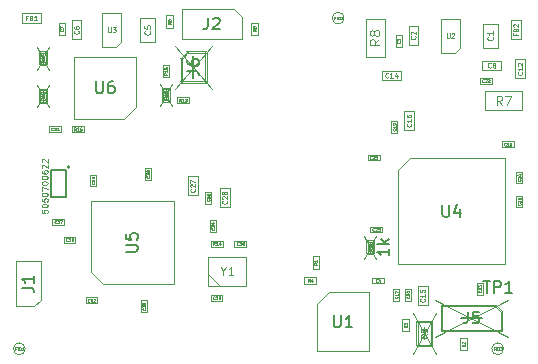
<source format=gbr>
G04 #@! TF.GenerationSoftware,KiCad,Pcbnew,9.0.1-9.0.1-0~ubuntu22.04.1*
G04 #@! TF.CreationDate,2025-04-13T11:09:07-04:00*
G04 #@! TF.ProjectId,TTExperimentModule,54544578-7065-4726-996d-656e744d6f64,1.0*
G04 #@! TF.SameCoordinates,PX10e4380PY2d07198*
G04 #@! TF.FileFunction,AssemblyDrawing,Top*
%FSLAX46Y46*%
G04 Gerber Fmt 4.6, Leading zero omitted, Abs format (unit mm)*
G04 Created by KiCad (PCBNEW 9.0.1-9.0.1-0~ubuntu22.04.1) date 2025-04-13 11:09:07*
%MOMM*%
%LPD*%
G01*
G04 APERTURE LIST*
%ADD10C,0.150000*%
%ADD11C,0.125000*%
%ADD12C,0.040000*%
%ADD13C,0.120000*%
%ADD14C,0.060000*%
%ADD15C,0.080000*%
%ADD16C,0.105000*%
%ADD17C,0.100000*%
%ADD18C,0.152400*%
%ADD19C,0.148995*%
G04 APERTURE END LIST*
D10*
X10017319Y9238096D02*
X10826842Y9238096D01*
X10826842Y9238096D02*
X10922080Y9285715D01*
X10922080Y9285715D02*
X10969700Y9333334D01*
X10969700Y9333334D02*
X11017319Y9428572D01*
X11017319Y9428572D02*
X11017319Y9619048D01*
X11017319Y9619048D02*
X10969700Y9714286D01*
X10969700Y9714286D02*
X10922080Y9761905D01*
X10922080Y9761905D02*
X10826842Y9809524D01*
X10826842Y9809524D02*
X10017319Y9809524D01*
X10017319Y10761905D02*
X10017319Y10285715D01*
X10017319Y10285715D02*
X10493509Y10238096D01*
X10493509Y10238096D02*
X10445890Y10285715D01*
X10445890Y10285715D02*
X10398271Y10380953D01*
X10398271Y10380953D02*
X10398271Y10619048D01*
X10398271Y10619048D02*
X10445890Y10714286D01*
X10445890Y10714286D02*
X10493509Y10761905D01*
X10493509Y10761905D02*
X10588747Y10809524D01*
X10588747Y10809524D02*
X10826842Y10809524D01*
X10826842Y10809524D02*
X10922080Y10761905D01*
X10922080Y10761905D02*
X10969700Y10714286D01*
X10969700Y10714286D02*
X11017319Y10619048D01*
X11017319Y10619048D02*
X11017319Y10380953D01*
X11017319Y10380953D02*
X10969700Y10285715D01*
X10969700Y10285715D02*
X10922080Y10238096D01*
D11*
X2894809Y12766193D02*
X2894809Y12528098D01*
X2894809Y12528098D02*
X3132904Y12504289D01*
X3132904Y12504289D02*
X3109095Y12528098D01*
X3109095Y12528098D02*
X3085285Y12575717D01*
X3085285Y12575717D02*
X3085285Y12694765D01*
X3085285Y12694765D02*
X3109095Y12742384D01*
X3109095Y12742384D02*
X3132904Y12766193D01*
X3132904Y12766193D02*
X3180523Y12790003D01*
X3180523Y12790003D02*
X3299571Y12790003D01*
X3299571Y12790003D02*
X3347190Y12766193D01*
X3347190Y12766193D02*
X3371000Y12742384D01*
X3371000Y12742384D02*
X3394809Y12694765D01*
X3394809Y12694765D02*
X3394809Y12575717D01*
X3394809Y12575717D02*
X3371000Y12528098D01*
X3371000Y12528098D02*
X3347190Y12504289D01*
X2894809Y13099526D02*
X2894809Y13147145D01*
X2894809Y13147145D02*
X2918619Y13194764D01*
X2918619Y13194764D02*
X2942428Y13218574D01*
X2942428Y13218574D02*
X2990047Y13242383D01*
X2990047Y13242383D02*
X3085285Y13266193D01*
X3085285Y13266193D02*
X3204333Y13266193D01*
X3204333Y13266193D02*
X3299571Y13242383D01*
X3299571Y13242383D02*
X3347190Y13218574D01*
X3347190Y13218574D02*
X3371000Y13194764D01*
X3371000Y13194764D02*
X3394809Y13147145D01*
X3394809Y13147145D02*
X3394809Y13099526D01*
X3394809Y13099526D02*
X3371000Y13051907D01*
X3371000Y13051907D02*
X3347190Y13028098D01*
X3347190Y13028098D02*
X3299571Y13004288D01*
X3299571Y13004288D02*
X3204333Y12980479D01*
X3204333Y12980479D02*
X3085285Y12980479D01*
X3085285Y12980479D02*
X2990047Y13004288D01*
X2990047Y13004288D02*
X2942428Y13028098D01*
X2942428Y13028098D02*
X2918619Y13051907D01*
X2918619Y13051907D02*
X2894809Y13099526D01*
X2894809Y13718573D02*
X2894809Y13480478D01*
X2894809Y13480478D02*
X3132904Y13456669D01*
X3132904Y13456669D02*
X3109095Y13480478D01*
X3109095Y13480478D02*
X3085285Y13528097D01*
X3085285Y13528097D02*
X3085285Y13647145D01*
X3085285Y13647145D02*
X3109095Y13694764D01*
X3109095Y13694764D02*
X3132904Y13718573D01*
X3132904Y13718573D02*
X3180523Y13742383D01*
X3180523Y13742383D02*
X3299571Y13742383D01*
X3299571Y13742383D02*
X3347190Y13718573D01*
X3347190Y13718573D02*
X3371000Y13694764D01*
X3371000Y13694764D02*
X3394809Y13647145D01*
X3394809Y13647145D02*
X3394809Y13528097D01*
X3394809Y13528097D02*
X3371000Y13480478D01*
X3371000Y13480478D02*
X3347190Y13456669D01*
X2894809Y14051906D02*
X2894809Y14099525D01*
X2894809Y14099525D02*
X2918619Y14147144D01*
X2918619Y14147144D02*
X2942428Y14170954D01*
X2942428Y14170954D02*
X2990047Y14194763D01*
X2990047Y14194763D02*
X3085285Y14218573D01*
X3085285Y14218573D02*
X3204333Y14218573D01*
X3204333Y14218573D02*
X3299571Y14194763D01*
X3299571Y14194763D02*
X3347190Y14170954D01*
X3347190Y14170954D02*
X3371000Y14147144D01*
X3371000Y14147144D02*
X3394809Y14099525D01*
X3394809Y14099525D02*
X3394809Y14051906D01*
X3394809Y14051906D02*
X3371000Y14004287D01*
X3371000Y14004287D02*
X3347190Y13980478D01*
X3347190Y13980478D02*
X3299571Y13956668D01*
X3299571Y13956668D02*
X3204333Y13932859D01*
X3204333Y13932859D02*
X3085285Y13932859D01*
X3085285Y13932859D02*
X2990047Y13956668D01*
X2990047Y13956668D02*
X2942428Y13980478D01*
X2942428Y13980478D02*
X2918619Y14004287D01*
X2918619Y14004287D02*
X2894809Y14051906D01*
X2894809Y14385239D02*
X2894809Y14718572D01*
X2894809Y14718572D02*
X3394809Y14504287D01*
X2894809Y15004286D02*
X2894809Y15051905D01*
X2894809Y15051905D02*
X2918619Y15099524D01*
X2918619Y15099524D02*
X2942428Y15123334D01*
X2942428Y15123334D02*
X2990047Y15147143D01*
X2990047Y15147143D02*
X3085285Y15170953D01*
X3085285Y15170953D02*
X3204333Y15170953D01*
X3204333Y15170953D02*
X3299571Y15147143D01*
X3299571Y15147143D02*
X3347190Y15123334D01*
X3347190Y15123334D02*
X3371000Y15099524D01*
X3371000Y15099524D02*
X3394809Y15051905D01*
X3394809Y15051905D02*
X3394809Y15004286D01*
X3394809Y15004286D02*
X3371000Y14956667D01*
X3371000Y14956667D02*
X3347190Y14932858D01*
X3347190Y14932858D02*
X3299571Y14909048D01*
X3299571Y14909048D02*
X3204333Y14885239D01*
X3204333Y14885239D02*
X3085285Y14885239D01*
X3085285Y14885239D02*
X2990047Y14909048D01*
X2990047Y14909048D02*
X2942428Y14932858D01*
X2942428Y14932858D02*
X2918619Y14956667D01*
X2918619Y14956667D02*
X2894809Y15004286D01*
X2894809Y15480476D02*
X2894809Y15528095D01*
X2894809Y15528095D02*
X2918619Y15575714D01*
X2918619Y15575714D02*
X2942428Y15599524D01*
X2942428Y15599524D02*
X2990047Y15623333D01*
X2990047Y15623333D02*
X3085285Y15647143D01*
X3085285Y15647143D02*
X3204333Y15647143D01*
X3204333Y15647143D02*
X3299571Y15623333D01*
X3299571Y15623333D02*
X3347190Y15599524D01*
X3347190Y15599524D02*
X3371000Y15575714D01*
X3371000Y15575714D02*
X3394809Y15528095D01*
X3394809Y15528095D02*
X3394809Y15480476D01*
X3394809Y15480476D02*
X3371000Y15432857D01*
X3371000Y15432857D02*
X3347190Y15409048D01*
X3347190Y15409048D02*
X3299571Y15385238D01*
X3299571Y15385238D02*
X3204333Y15361429D01*
X3204333Y15361429D02*
X3085285Y15361429D01*
X3085285Y15361429D02*
X2990047Y15385238D01*
X2990047Y15385238D02*
X2942428Y15409048D01*
X2942428Y15409048D02*
X2918619Y15432857D01*
X2918619Y15432857D02*
X2894809Y15480476D01*
X2894809Y16075714D02*
X2894809Y15980476D01*
X2894809Y15980476D02*
X2918619Y15932857D01*
X2918619Y15932857D02*
X2942428Y15909047D01*
X2942428Y15909047D02*
X3013857Y15861428D01*
X3013857Y15861428D02*
X3109095Y15837619D01*
X3109095Y15837619D02*
X3299571Y15837619D01*
X3299571Y15837619D02*
X3347190Y15861428D01*
X3347190Y15861428D02*
X3371000Y15885238D01*
X3371000Y15885238D02*
X3394809Y15932857D01*
X3394809Y15932857D02*
X3394809Y16028095D01*
X3394809Y16028095D02*
X3371000Y16075714D01*
X3371000Y16075714D02*
X3347190Y16099523D01*
X3347190Y16099523D02*
X3299571Y16123333D01*
X3299571Y16123333D02*
X3180523Y16123333D01*
X3180523Y16123333D02*
X3132904Y16099523D01*
X3132904Y16099523D02*
X3109095Y16075714D01*
X3109095Y16075714D02*
X3085285Y16028095D01*
X3085285Y16028095D02*
X3085285Y15932857D01*
X3085285Y15932857D02*
X3109095Y15885238D01*
X3109095Y15885238D02*
X3132904Y15861428D01*
X3132904Y15861428D02*
X3180523Y15837619D01*
X2942428Y16313809D02*
X2918619Y16337618D01*
X2918619Y16337618D02*
X2894809Y16385237D01*
X2894809Y16385237D02*
X2894809Y16504285D01*
X2894809Y16504285D02*
X2918619Y16551904D01*
X2918619Y16551904D02*
X2942428Y16575713D01*
X2942428Y16575713D02*
X2990047Y16599523D01*
X2990047Y16599523D02*
X3037666Y16599523D01*
X3037666Y16599523D02*
X3109095Y16575713D01*
X3109095Y16575713D02*
X3394809Y16289999D01*
X3394809Y16289999D02*
X3394809Y16599523D01*
X2942428Y16789999D02*
X2918619Y16813808D01*
X2918619Y16813808D02*
X2894809Y16861427D01*
X2894809Y16861427D02*
X2894809Y16980475D01*
X2894809Y16980475D02*
X2918619Y17028094D01*
X2918619Y17028094D02*
X2942428Y17051903D01*
X2942428Y17051903D02*
X2990047Y17075713D01*
X2990047Y17075713D02*
X3037666Y17075713D01*
X3037666Y17075713D02*
X3109095Y17051903D01*
X3109095Y17051903D02*
X3394809Y16766189D01*
X3394809Y16766189D02*
X3394809Y17075713D01*
D10*
X38961666Y4145181D02*
X38961666Y3430896D01*
X38961666Y3430896D02*
X38914047Y3288039D01*
X38914047Y3288039D02*
X38818809Y3192800D01*
X38818809Y3192800D02*
X38675952Y3145181D01*
X38675952Y3145181D02*
X38580714Y3145181D01*
X39914047Y4145181D02*
X39437857Y4145181D01*
X39437857Y4145181D02*
X39390238Y3668991D01*
X39390238Y3668991D02*
X39437857Y3716610D01*
X39437857Y3716610D02*
X39533095Y3764229D01*
X39533095Y3764229D02*
X39771190Y3764229D01*
X39771190Y3764229D02*
X39866428Y3716610D01*
X39866428Y3716610D02*
X39914047Y3668991D01*
X39914047Y3668991D02*
X39961666Y3573753D01*
X39961666Y3573753D02*
X39961666Y3335658D01*
X39961666Y3335658D02*
X39914047Y3240420D01*
X39914047Y3240420D02*
X39866428Y3192800D01*
X39866428Y3192800D02*
X39771190Y3145181D01*
X39771190Y3145181D02*
X39533095Y3145181D01*
X39533095Y3145181D02*
X39437857Y3192800D01*
X39437857Y3192800D02*
X39390238Y3240420D01*
X38361423Y3645181D02*
X40186666Y3645181D01*
D12*
X13818200Y28656668D02*
X13694391Y28570001D01*
X13818200Y28508096D02*
X13558200Y28508096D01*
X13558200Y28508096D02*
X13558200Y28607144D01*
X13558200Y28607144D02*
X13570581Y28631906D01*
X13570581Y28631906D02*
X13582962Y28644287D01*
X13582962Y28644287D02*
X13607724Y28656668D01*
X13607724Y28656668D02*
X13644867Y28656668D01*
X13644867Y28656668D02*
X13669629Y28644287D01*
X13669629Y28644287D02*
X13682010Y28631906D01*
X13682010Y28631906D02*
X13694391Y28607144D01*
X13694391Y28607144D02*
X13694391Y28508096D01*
X13558200Y28879525D02*
X13558200Y28830001D01*
X13558200Y28830001D02*
X13570581Y28805239D01*
X13570581Y28805239D02*
X13582962Y28792858D01*
X13582962Y28792858D02*
X13620105Y28768096D01*
X13620105Y28768096D02*
X13669629Y28755715D01*
X13669629Y28755715D02*
X13768677Y28755715D01*
X13768677Y28755715D02*
X13793439Y28768096D01*
X13793439Y28768096D02*
X13805820Y28780477D01*
X13805820Y28780477D02*
X13818200Y28805239D01*
X13818200Y28805239D02*
X13818200Y28854763D01*
X13818200Y28854763D02*
X13805820Y28879525D01*
X13805820Y28879525D02*
X13793439Y28891906D01*
X13793439Y28891906D02*
X13768677Y28904287D01*
X13768677Y28904287D02*
X13706772Y28904287D01*
X13706772Y28904287D02*
X13682010Y28891906D01*
X13682010Y28891906D02*
X13669629Y28879525D01*
X13669629Y28879525D02*
X13657248Y28854763D01*
X13657248Y28854763D02*
X13657248Y28805239D01*
X13657248Y28805239D02*
X13669629Y28780477D01*
X13669629Y28780477D02*
X13682010Y28768096D01*
X13682010Y28768096D02*
X13706772Y28755715D01*
X17489765Y11239286D02*
X17501670Y11227382D01*
X17501670Y11227382D02*
X17513574Y11191667D01*
X17513574Y11191667D02*
X17513574Y11167858D01*
X17513574Y11167858D02*
X17501670Y11132144D01*
X17501670Y11132144D02*
X17477860Y11108334D01*
X17477860Y11108334D02*
X17454050Y11096429D01*
X17454050Y11096429D02*
X17406431Y11084525D01*
X17406431Y11084525D02*
X17370717Y11084525D01*
X17370717Y11084525D02*
X17323098Y11096429D01*
X17323098Y11096429D02*
X17299289Y11108334D01*
X17299289Y11108334D02*
X17275479Y11132144D01*
X17275479Y11132144D02*
X17263574Y11167858D01*
X17263574Y11167858D02*
X17263574Y11191667D01*
X17263574Y11191667D02*
X17275479Y11227382D01*
X17275479Y11227382D02*
X17287384Y11239286D01*
X17263574Y11322620D02*
X17263574Y11477382D01*
X17263574Y11477382D02*
X17358812Y11394048D01*
X17358812Y11394048D02*
X17358812Y11429763D01*
X17358812Y11429763D02*
X17370717Y11453572D01*
X17370717Y11453572D02*
X17382622Y11465477D01*
X17382622Y11465477D02*
X17406431Y11477382D01*
X17406431Y11477382D02*
X17465955Y11477382D01*
X17465955Y11477382D02*
X17489765Y11465477D01*
X17489765Y11465477D02*
X17501670Y11453572D01*
X17501670Y11453572D02*
X17513574Y11429763D01*
X17513574Y11429763D02*
X17513574Y11358334D01*
X17513574Y11358334D02*
X17501670Y11334525D01*
X17501670Y11334525D02*
X17489765Y11322620D01*
X17346908Y11691667D02*
X17513574Y11691667D01*
X17251670Y11632143D02*
X17430241Y11572620D01*
X17430241Y11572620D02*
X17430241Y11727381D01*
X33999765Y5429286D02*
X34011670Y5417382D01*
X34011670Y5417382D02*
X34023574Y5381667D01*
X34023574Y5381667D02*
X34023574Y5357858D01*
X34023574Y5357858D02*
X34011670Y5322144D01*
X34011670Y5322144D02*
X33987860Y5298334D01*
X33987860Y5298334D02*
X33964050Y5286429D01*
X33964050Y5286429D02*
X33916431Y5274525D01*
X33916431Y5274525D02*
X33880717Y5274525D01*
X33880717Y5274525D02*
X33833098Y5286429D01*
X33833098Y5286429D02*
X33809289Y5298334D01*
X33809289Y5298334D02*
X33785479Y5322144D01*
X33785479Y5322144D02*
X33773574Y5357858D01*
X33773574Y5357858D02*
X33773574Y5381667D01*
X33773574Y5381667D02*
X33785479Y5417382D01*
X33785479Y5417382D02*
X33797384Y5429286D01*
X33797384Y5524525D02*
X33785479Y5536429D01*
X33785479Y5536429D02*
X33773574Y5560239D01*
X33773574Y5560239D02*
X33773574Y5619763D01*
X33773574Y5619763D02*
X33785479Y5643572D01*
X33785479Y5643572D02*
X33797384Y5655477D01*
X33797384Y5655477D02*
X33821193Y5667382D01*
X33821193Y5667382D02*
X33845003Y5667382D01*
X33845003Y5667382D02*
X33880717Y5655477D01*
X33880717Y5655477D02*
X34023574Y5512620D01*
X34023574Y5512620D02*
X34023574Y5667382D01*
X33773574Y5822143D02*
X33773574Y5845953D01*
X33773574Y5845953D02*
X33785479Y5869762D01*
X33785479Y5869762D02*
X33797384Y5881667D01*
X33797384Y5881667D02*
X33821193Y5893572D01*
X33821193Y5893572D02*
X33868812Y5905477D01*
X33868812Y5905477D02*
X33928336Y5905477D01*
X33928336Y5905477D02*
X33975955Y5893572D01*
X33975955Y5893572D02*
X33999765Y5881667D01*
X33999765Y5881667D02*
X34011670Y5869762D01*
X34011670Y5869762D02*
X34023574Y5845953D01*
X34023574Y5845953D02*
X34023574Y5822143D01*
X34023574Y5822143D02*
X34011670Y5798334D01*
X34011670Y5798334D02*
X33999765Y5786429D01*
X33999765Y5786429D02*
X33975955Y5774524D01*
X33975955Y5774524D02*
X33928336Y5762620D01*
X33928336Y5762620D02*
X33868812Y5762620D01*
X33868812Y5762620D02*
X33821193Y5774524D01*
X33821193Y5774524D02*
X33797384Y5786429D01*
X33797384Y5786429D02*
X33785479Y5798334D01*
X33785479Y5798334D02*
X33773574Y5822143D01*
X41232143Y1017378D02*
X41148809Y1017378D01*
X41148809Y886426D02*
X41148809Y1136426D01*
X41148809Y1136426D02*
X41267857Y1136426D01*
X41363095Y886426D02*
X41363095Y1136426D01*
X41482143Y886426D02*
X41482143Y1136426D01*
X41482143Y1136426D02*
X41541667Y1136426D01*
X41541667Y1136426D02*
X41577381Y1124521D01*
X41577381Y1124521D02*
X41601191Y1100711D01*
X41601191Y1100711D02*
X41613096Y1076902D01*
X41613096Y1076902D02*
X41625000Y1029283D01*
X41625000Y1029283D02*
X41625000Y993569D01*
X41625000Y993569D02*
X41613096Y945950D01*
X41613096Y945950D02*
X41601191Y922140D01*
X41601191Y922140D02*
X41577381Y898330D01*
X41577381Y898330D02*
X41541667Y886426D01*
X41541667Y886426D02*
X41482143Y886426D01*
X41708334Y1136426D02*
X41863096Y1136426D01*
X41863096Y1136426D02*
X41779762Y1041188D01*
X41779762Y1041188D02*
X41815477Y1041188D01*
X41815477Y1041188D02*
X41839286Y1029283D01*
X41839286Y1029283D02*
X41851191Y1017378D01*
X41851191Y1017378D02*
X41863096Y993569D01*
X41863096Y993569D02*
X41863096Y934045D01*
X41863096Y934045D02*
X41851191Y910235D01*
X41851191Y910235D02*
X41839286Y898330D01*
X41839286Y898330D02*
X41815477Y886426D01*
X41815477Y886426D02*
X41744048Y886426D01*
X41744048Y886426D02*
X41720239Y898330D01*
X41720239Y898330D02*
X41708334Y910235D01*
D13*
X41866667Y21636145D02*
X41600000Y22017098D01*
X41409524Y21636145D02*
X41409524Y22436145D01*
X41409524Y22436145D02*
X41714286Y22436145D01*
X41714286Y22436145D02*
X41790476Y22398050D01*
X41790476Y22398050D02*
X41828571Y22359955D01*
X41828571Y22359955D02*
X41866667Y22283764D01*
X41866667Y22283764D02*
X41866667Y22169479D01*
X41866667Y22169479D02*
X41828571Y22093288D01*
X41828571Y22093288D02*
X41790476Y22055193D01*
X41790476Y22055193D02*
X41714286Y22017098D01*
X41714286Y22017098D02*
X41409524Y22017098D01*
X42133333Y22436145D02*
X42666667Y22436145D01*
X42666667Y22436145D02*
X42323809Y21636145D01*
D12*
X14682857Y21931800D02*
X14596190Y22055609D01*
X14534285Y21931800D02*
X14534285Y22191800D01*
X14534285Y22191800D02*
X14633333Y22191800D01*
X14633333Y22191800D02*
X14658095Y22179419D01*
X14658095Y22179419D02*
X14670476Y22167038D01*
X14670476Y22167038D02*
X14682857Y22142276D01*
X14682857Y22142276D02*
X14682857Y22105133D01*
X14682857Y22105133D02*
X14670476Y22080371D01*
X14670476Y22080371D02*
X14658095Y22067990D01*
X14658095Y22067990D02*
X14633333Y22055609D01*
X14633333Y22055609D02*
X14534285Y22055609D01*
X14930476Y21931800D02*
X14781904Y21931800D01*
X14856190Y21931800D02*
X14856190Y22191800D01*
X14856190Y22191800D02*
X14831428Y22154657D01*
X14831428Y22154657D02*
X14806666Y22129895D01*
X14806666Y22129895D02*
X14781904Y22117514D01*
X15017142Y22191800D02*
X15178095Y22191800D01*
X15178095Y22191800D02*
X15091428Y22092752D01*
X15091428Y22092752D02*
X15128571Y22092752D01*
X15128571Y22092752D02*
X15153333Y22080371D01*
X15153333Y22080371D02*
X15165714Y22067990D01*
X15165714Y22067990D02*
X15178095Y22043228D01*
X15178095Y22043228D02*
X15178095Y21981323D01*
X15178095Y21981323D02*
X15165714Y21956561D01*
X15165714Y21956561D02*
X15153333Y21944180D01*
X15153333Y21944180D02*
X15128571Y21931800D01*
X15128571Y21931800D02*
X15054285Y21931800D01*
X15054285Y21931800D02*
X15029523Y21944180D01*
X15029523Y21944180D02*
X15017142Y21956561D01*
X31039285Y11010235D02*
X31027381Y10998330D01*
X31027381Y10998330D02*
X30991666Y10986426D01*
X30991666Y10986426D02*
X30967857Y10986426D01*
X30967857Y10986426D02*
X30932143Y10998330D01*
X30932143Y10998330D02*
X30908333Y11022140D01*
X30908333Y11022140D02*
X30896428Y11045950D01*
X30896428Y11045950D02*
X30884524Y11093569D01*
X30884524Y11093569D02*
X30884524Y11129283D01*
X30884524Y11129283D02*
X30896428Y11176902D01*
X30896428Y11176902D02*
X30908333Y11200711D01*
X30908333Y11200711D02*
X30932143Y11224521D01*
X30932143Y11224521D02*
X30967857Y11236426D01*
X30967857Y11236426D02*
X30991666Y11236426D01*
X30991666Y11236426D02*
X31027381Y11224521D01*
X31027381Y11224521D02*
X31039285Y11212616D01*
X31134524Y11212616D02*
X31146428Y11224521D01*
X31146428Y11224521D02*
X31170238Y11236426D01*
X31170238Y11236426D02*
X31229762Y11236426D01*
X31229762Y11236426D02*
X31253571Y11224521D01*
X31253571Y11224521D02*
X31265476Y11212616D01*
X31265476Y11212616D02*
X31277381Y11188807D01*
X31277381Y11188807D02*
X31277381Y11164997D01*
X31277381Y11164997D02*
X31265476Y11129283D01*
X31265476Y11129283D02*
X31122619Y10986426D01*
X31122619Y10986426D02*
X31277381Y10986426D01*
X31503571Y11236426D02*
X31384523Y11236426D01*
X31384523Y11236426D02*
X31372619Y11117378D01*
X31372619Y11117378D02*
X31384523Y11129283D01*
X31384523Y11129283D02*
X31408333Y11141188D01*
X31408333Y11141188D02*
X31467857Y11141188D01*
X31467857Y11141188D02*
X31491666Y11129283D01*
X31491666Y11129283D02*
X31503571Y11117378D01*
X31503571Y11117378D02*
X31515476Y11093569D01*
X31515476Y11093569D02*
X31515476Y11034045D01*
X31515476Y11034045D02*
X31503571Y11010235D01*
X31503571Y11010235D02*
X31491666Y10998330D01*
X31491666Y10998330D02*
X31467857Y10986426D01*
X31467857Y10986426D02*
X31408333Y10986426D01*
X31408333Y10986426D02*
X31384523Y10998330D01*
X31384523Y10998330D02*
X31372619Y11010235D01*
D14*
X8515238Y28218073D02*
X8515238Y27894263D01*
X8515238Y27894263D02*
X8534285Y27856168D01*
X8534285Y27856168D02*
X8553333Y27837120D01*
X8553333Y27837120D02*
X8591428Y27818073D01*
X8591428Y27818073D02*
X8667619Y27818073D01*
X8667619Y27818073D02*
X8705714Y27837120D01*
X8705714Y27837120D02*
X8724761Y27856168D01*
X8724761Y27856168D02*
X8743809Y27894263D01*
X8743809Y27894263D02*
X8743809Y28218073D01*
X8896190Y28218073D02*
X9143809Y28218073D01*
X9143809Y28218073D02*
X9010476Y28065692D01*
X9010476Y28065692D02*
X9067619Y28065692D01*
X9067619Y28065692D02*
X9105714Y28046644D01*
X9105714Y28046644D02*
X9124762Y28027597D01*
X9124762Y28027597D02*
X9143809Y27989501D01*
X9143809Y27989501D02*
X9143809Y27894263D01*
X9143809Y27894263D02*
X9124762Y27856168D01*
X9124762Y27856168D02*
X9105714Y27837120D01*
X9105714Y27837120D02*
X9067619Y27818073D01*
X9067619Y27818073D02*
X8953333Y27818073D01*
X8953333Y27818073D02*
X8915238Y27837120D01*
X8915238Y27837120D02*
X8896190Y27856168D01*
D12*
X43411765Y15339286D02*
X43423670Y15327382D01*
X43423670Y15327382D02*
X43435574Y15291667D01*
X43435574Y15291667D02*
X43435574Y15267858D01*
X43435574Y15267858D02*
X43423670Y15232144D01*
X43423670Y15232144D02*
X43399860Y15208334D01*
X43399860Y15208334D02*
X43376050Y15196429D01*
X43376050Y15196429D02*
X43328431Y15184525D01*
X43328431Y15184525D02*
X43292717Y15184525D01*
X43292717Y15184525D02*
X43245098Y15196429D01*
X43245098Y15196429D02*
X43221289Y15208334D01*
X43221289Y15208334D02*
X43197479Y15232144D01*
X43197479Y15232144D02*
X43185574Y15267858D01*
X43185574Y15267858D02*
X43185574Y15291667D01*
X43185574Y15291667D02*
X43197479Y15327382D01*
X43197479Y15327382D02*
X43209384Y15339286D01*
X43209384Y15434525D02*
X43197479Y15446429D01*
X43197479Y15446429D02*
X43185574Y15470239D01*
X43185574Y15470239D02*
X43185574Y15529763D01*
X43185574Y15529763D02*
X43197479Y15553572D01*
X43197479Y15553572D02*
X43209384Y15565477D01*
X43209384Y15565477D02*
X43233193Y15577382D01*
X43233193Y15577382D02*
X43257003Y15577382D01*
X43257003Y15577382D02*
X43292717Y15565477D01*
X43292717Y15565477D02*
X43435574Y15422620D01*
X43435574Y15422620D02*
X43435574Y15577382D01*
X43268908Y15791667D02*
X43435574Y15791667D01*
X43173670Y15732143D02*
X43352241Y15672620D01*
X43352241Y15672620D02*
X43352241Y15827381D01*
D14*
X15843832Y14542858D02*
X15862880Y14523810D01*
X15862880Y14523810D02*
X15881927Y14466668D01*
X15881927Y14466668D02*
X15881927Y14428572D01*
X15881927Y14428572D02*
X15862880Y14371429D01*
X15862880Y14371429D02*
X15824784Y14333334D01*
X15824784Y14333334D02*
X15786689Y14314287D01*
X15786689Y14314287D02*
X15710499Y14295239D01*
X15710499Y14295239D02*
X15653356Y14295239D01*
X15653356Y14295239D02*
X15577165Y14314287D01*
X15577165Y14314287D02*
X15539070Y14333334D01*
X15539070Y14333334D02*
X15500975Y14371429D01*
X15500975Y14371429D02*
X15481927Y14428572D01*
X15481927Y14428572D02*
X15481927Y14466668D01*
X15481927Y14466668D02*
X15500975Y14523810D01*
X15500975Y14523810D02*
X15520022Y14542858D01*
X15520022Y14695239D02*
X15500975Y14714287D01*
X15500975Y14714287D02*
X15481927Y14752382D01*
X15481927Y14752382D02*
X15481927Y14847620D01*
X15481927Y14847620D02*
X15500975Y14885715D01*
X15500975Y14885715D02*
X15520022Y14904763D01*
X15520022Y14904763D02*
X15558118Y14923810D01*
X15558118Y14923810D02*
X15596213Y14923810D01*
X15596213Y14923810D02*
X15653356Y14904763D01*
X15653356Y14904763D02*
X15881927Y14676191D01*
X15881927Y14676191D02*
X15881927Y14923810D01*
X15481927Y15057143D02*
X15481927Y15323810D01*
X15481927Y15323810D02*
X15881927Y15152381D01*
D12*
X11989765Y15639286D02*
X12001670Y15627382D01*
X12001670Y15627382D02*
X12013574Y15591667D01*
X12013574Y15591667D02*
X12013574Y15567858D01*
X12013574Y15567858D02*
X12001670Y15532144D01*
X12001670Y15532144D02*
X11977860Y15508334D01*
X11977860Y15508334D02*
X11954050Y15496429D01*
X11954050Y15496429D02*
X11906431Y15484525D01*
X11906431Y15484525D02*
X11870717Y15484525D01*
X11870717Y15484525D02*
X11823098Y15496429D01*
X11823098Y15496429D02*
X11799289Y15508334D01*
X11799289Y15508334D02*
X11775479Y15532144D01*
X11775479Y15532144D02*
X11763574Y15567858D01*
X11763574Y15567858D02*
X11763574Y15591667D01*
X11763574Y15591667D02*
X11775479Y15627382D01*
X11775479Y15627382D02*
X11787384Y15639286D01*
X11763574Y15722620D02*
X11763574Y15877382D01*
X11763574Y15877382D02*
X11858812Y15794048D01*
X11858812Y15794048D02*
X11858812Y15829763D01*
X11858812Y15829763D02*
X11870717Y15853572D01*
X11870717Y15853572D02*
X11882622Y15865477D01*
X11882622Y15865477D02*
X11906431Y15877382D01*
X11906431Y15877382D02*
X11965955Y15877382D01*
X11965955Y15877382D02*
X11989765Y15865477D01*
X11989765Y15865477D02*
X12001670Y15853572D01*
X12001670Y15853572D02*
X12013574Y15829763D01*
X12013574Y15829763D02*
X12013574Y15758334D01*
X12013574Y15758334D02*
X12001670Y15734525D01*
X12001670Y15734525D02*
X11989765Y15722620D01*
X12013574Y15996429D02*
X12013574Y16044048D01*
X12013574Y16044048D02*
X12001670Y16067858D01*
X12001670Y16067858D02*
X11989765Y16079762D01*
X11989765Y16079762D02*
X11954050Y16103572D01*
X11954050Y16103572D02*
X11906431Y16115477D01*
X11906431Y16115477D02*
X11811193Y16115477D01*
X11811193Y16115477D02*
X11787384Y16103572D01*
X11787384Y16103572D02*
X11775479Y16091667D01*
X11775479Y16091667D02*
X11763574Y16067858D01*
X11763574Y16067858D02*
X11763574Y16020239D01*
X11763574Y16020239D02*
X11775479Y15996429D01*
X11775479Y15996429D02*
X11787384Y15984524D01*
X11787384Y15984524D02*
X11811193Y15972620D01*
X11811193Y15972620D02*
X11870717Y15972620D01*
X11870717Y15972620D02*
X11894527Y15984524D01*
X11894527Y15984524D02*
X11906431Y15996429D01*
X11906431Y15996429D02*
X11918336Y16020239D01*
X11918336Y16020239D02*
X11918336Y16067858D01*
X11918336Y16067858D02*
X11906431Y16091667D01*
X11906431Y16091667D02*
X11894527Y16103572D01*
X11894527Y16103572D02*
X11870717Y16115477D01*
X33202265Y27008334D02*
X33214170Y26996430D01*
X33214170Y26996430D02*
X33226074Y26960715D01*
X33226074Y26960715D02*
X33226074Y26936906D01*
X33226074Y26936906D02*
X33214170Y26901192D01*
X33214170Y26901192D02*
X33190360Y26877382D01*
X33190360Y26877382D02*
X33166550Y26865477D01*
X33166550Y26865477D02*
X33118931Y26853573D01*
X33118931Y26853573D02*
X33083217Y26853573D01*
X33083217Y26853573D02*
X33035598Y26865477D01*
X33035598Y26865477D02*
X33011789Y26877382D01*
X33011789Y26877382D02*
X32987979Y26901192D01*
X32987979Y26901192D02*
X32976074Y26936906D01*
X32976074Y26936906D02*
X32976074Y26960715D01*
X32976074Y26960715D02*
X32987979Y26996430D01*
X32987979Y26996430D02*
X32999884Y27008334D01*
X32976074Y27091668D02*
X32976074Y27246430D01*
X32976074Y27246430D02*
X33071312Y27163096D01*
X33071312Y27163096D02*
X33071312Y27198811D01*
X33071312Y27198811D02*
X33083217Y27222620D01*
X33083217Y27222620D02*
X33095122Y27234525D01*
X33095122Y27234525D02*
X33118931Y27246430D01*
X33118931Y27246430D02*
X33178455Y27246430D01*
X33178455Y27246430D02*
X33202265Y27234525D01*
X33202265Y27234525D02*
X33214170Y27222620D01*
X33214170Y27222620D02*
X33226074Y27198811D01*
X33226074Y27198811D02*
X33226074Y27127382D01*
X33226074Y27127382D02*
X33214170Y27103573D01*
X33214170Y27103573D02*
X33202265Y27091668D01*
D10*
X32324819Y9480953D02*
X32324819Y8909525D01*
X32324819Y9195239D02*
X31324819Y9195239D01*
X31324819Y9195239D02*
X31467676Y9100001D01*
X31467676Y9100001D02*
X31562914Y9004763D01*
X31562914Y9004763D02*
X31610533Y8909525D01*
X32324819Y9909525D02*
X31324819Y9909525D01*
X31943866Y10004763D02*
X32324819Y10290477D01*
X31658152Y10290477D02*
X32039104Y9909525D01*
D12*
X30818200Y9432858D02*
X30694391Y9346191D01*
X30818200Y9284286D02*
X30558200Y9284286D01*
X30558200Y9284286D02*
X30558200Y9383334D01*
X30558200Y9383334D02*
X30570581Y9408096D01*
X30570581Y9408096D02*
X30582962Y9420477D01*
X30582962Y9420477D02*
X30607724Y9432858D01*
X30607724Y9432858D02*
X30644867Y9432858D01*
X30644867Y9432858D02*
X30669629Y9420477D01*
X30669629Y9420477D02*
X30682010Y9408096D01*
X30682010Y9408096D02*
X30694391Y9383334D01*
X30694391Y9383334D02*
X30694391Y9284286D01*
X30818200Y9680477D02*
X30818200Y9531905D01*
X30818200Y9606191D02*
X30558200Y9606191D01*
X30558200Y9606191D02*
X30595343Y9581429D01*
X30595343Y9581429D02*
X30620105Y9556667D01*
X30620105Y9556667D02*
X30632486Y9531905D01*
X30818200Y9928096D02*
X30818200Y9779524D01*
X30818200Y9853810D02*
X30558200Y9853810D01*
X30558200Y9853810D02*
X30595343Y9829048D01*
X30595343Y9829048D02*
X30620105Y9804286D01*
X30620105Y9804286D02*
X30632486Y9779524D01*
X30688200Y9224286D02*
X30688200Y9986574D01*
X17539285Y5210235D02*
X17527381Y5198330D01*
X17527381Y5198330D02*
X17491666Y5186426D01*
X17491666Y5186426D02*
X17467857Y5186426D01*
X17467857Y5186426D02*
X17432143Y5198330D01*
X17432143Y5198330D02*
X17408333Y5222140D01*
X17408333Y5222140D02*
X17396428Y5245950D01*
X17396428Y5245950D02*
X17384524Y5293569D01*
X17384524Y5293569D02*
X17384524Y5329283D01*
X17384524Y5329283D02*
X17396428Y5376902D01*
X17396428Y5376902D02*
X17408333Y5400711D01*
X17408333Y5400711D02*
X17432143Y5424521D01*
X17432143Y5424521D02*
X17467857Y5436426D01*
X17467857Y5436426D02*
X17491666Y5436426D01*
X17491666Y5436426D02*
X17527381Y5424521D01*
X17527381Y5424521D02*
X17539285Y5412616D01*
X17634524Y5412616D02*
X17646428Y5424521D01*
X17646428Y5424521D02*
X17670238Y5436426D01*
X17670238Y5436426D02*
X17729762Y5436426D01*
X17729762Y5436426D02*
X17753571Y5424521D01*
X17753571Y5424521D02*
X17765476Y5412616D01*
X17765476Y5412616D02*
X17777381Y5388807D01*
X17777381Y5388807D02*
X17777381Y5364997D01*
X17777381Y5364997D02*
X17765476Y5329283D01*
X17765476Y5329283D02*
X17622619Y5186426D01*
X17622619Y5186426D02*
X17777381Y5186426D01*
X17896428Y5186426D02*
X17944047Y5186426D01*
X17944047Y5186426D02*
X17967857Y5198330D01*
X17967857Y5198330D02*
X17979761Y5210235D01*
X17979761Y5210235D02*
X18003571Y5245950D01*
X18003571Y5245950D02*
X18015476Y5293569D01*
X18015476Y5293569D02*
X18015476Y5388807D01*
X18015476Y5388807D02*
X18003571Y5412616D01*
X18003571Y5412616D02*
X17991666Y5424521D01*
X17991666Y5424521D02*
X17967857Y5436426D01*
X17967857Y5436426D02*
X17920238Y5436426D01*
X17920238Y5436426D02*
X17896428Y5424521D01*
X17896428Y5424521D02*
X17884523Y5412616D01*
X17884523Y5412616D02*
X17872619Y5388807D01*
X17872619Y5388807D02*
X17872619Y5329283D01*
X17872619Y5329283D02*
X17884523Y5305473D01*
X17884523Y5305473D02*
X17896428Y5293569D01*
X17896428Y5293569D02*
X17920238Y5281664D01*
X17920238Y5281664D02*
X17967857Y5281664D01*
X17967857Y5281664D02*
X17991666Y5293569D01*
X17991666Y5293569D02*
X18003571Y5305473D01*
X18003571Y5305473D02*
X18015476Y5329283D01*
X3859285Y19510235D02*
X3847381Y19498330D01*
X3847381Y19498330D02*
X3811666Y19486426D01*
X3811666Y19486426D02*
X3787857Y19486426D01*
X3787857Y19486426D02*
X3752143Y19498330D01*
X3752143Y19498330D02*
X3728333Y19522140D01*
X3728333Y19522140D02*
X3716428Y19545950D01*
X3716428Y19545950D02*
X3704524Y19593569D01*
X3704524Y19593569D02*
X3704524Y19629283D01*
X3704524Y19629283D02*
X3716428Y19676902D01*
X3716428Y19676902D02*
X3728333Y19700711D01*
X3728333Y19700711D02*
X3752143Y19724521D01*
X3752143Y19724521D02*
X3787857Y19736426D01*
X3787857Y19736426D02*
X3811666Y19736426D01*
X3811666Y19736426D02*
X3847381Y19724521D01*
X3847381Y19724521D02*
X3859285Y19712616D01*
X3942619Y19736426D02*
X4097381Y19736426D01*
X4097381Y19736426D02*
X4014047Y19641188D01*
X4014047Y19641188D02*
X4049762Y19641188D01*
X4049762Y19641188D02*
X4073571Y19629283D01*
X4073571Y19629283D02*
X4085476Y19617378D01*
X4085476Y19617378D02*
X4097381Y19593569D01*
X4097381Y19593569D02*
X4097381Y19534045D01*
X4097381Y19534045D02*
X4085476Y19510235D01*
X4085476Y19510235D02*
X4073571Y19498330D01*
X4073571Y19498330D02*
X4049762Y19486426D01*
X4049762Y19486426D02*
X3978333Y19486426D01*
X3978333Y19486426D02*
X3954524Y19498330D01*
X3954524Y19498330D02*
X3942619Y19510235D01*
X4335476Y19486426D02*
X4192619Y19486426D01*
X4264047Y19486426D02*
X4264047Y19736426D01*
X4264047Y19736426D02*
X4240238Y19700711D01*
X4240238Y19700711D02*
X4216428Y19676902D01*
X4216428Y19676902D02*
X4192619Y19664997D01*
X25586667Y6666800D02*
X25500000Y6790609D01*
X25438095Y6666800D02*
X25438095Y6926800D01*
X25438095Y6926800D02*
X25537143Y6926800D01*
X25537143Y6926800D02*
X25561905Y6914419D01*
X25561905Y6914419D02*
X25574286Y6902038D01*
X25574286Y6902038D02*
X25586667Y6877276D01*
X25586667Y6877276D02*
X25586667Y6840133D01*
X25586667Y6840133D02*
X25574286Y6815371D01*
X25574286Y6815371D02*
X25561905Y6802990D01*
X25561905Y6802990D02*
X25537143Y6790609D01*
X25537143Y6790609D02*
X25438095Y6790609D01*
X25809524Y6840133D02*
X25809524Y6666800D01*
X25747619Y6939180D02*
X25685714Y6753466D01*
X25685714Y6753466D02*
X25846667Y6753466D01*
D15*
X35527149Y2216667D02*
X35289054Y2050001D01*
X35527149Y1930953D02*
X35027149Y1930953D01*
X35027149Y1930953D02*
X35027149Y2121429D01*
X35027149Y2121429D02*
X35050959Y2169048D01*
X35050959Y2169048D02*
X35074768Y2192858D01*
X35074768Y2192858D02*
X35122387Y2216667D01*
X35122387Y2216667D02*
X35193816Y2216667D01*
X35193816Y2216667D02*
X35241435Y2192858D01*
X35241435Y2192858D02*
X35265244Y2169048D01*
X35265244Y2169048D02*
X35289054Y2121429D01*
X35289054Y2121429D02*
X35289054Y1930953D01*
X35527149Y2454763D02*
X35527149Y2550001D01*
X35527149Y2550001D02*
X35503340Y2597620D01*
X35503340Y2597620D02*
X35479530Y2621429D01*
X35479530Y2621429D02*
X35408101Y2669048D01*
X35408101Y2669048D02*
X35312863Y2692858D01*
X35312863Y2692858D02*
X35122387Y2692858D01*
X35122387Y2692858D02*
X35074768Y2669048D01*
X35074768Y2669048D02*
X35050959Y2645239D01*
X35050959Y2645239D02*
X35027149Y2597620D01*
X35027149Y2597620D02*
X35027149Y2502382D01*
X35027149Y2502382D02*
X35050959Y2454763D01*
X35050959Y2454763D02*
X35074768Y2430953D01*
X35074768Y2430953D02*
X35122387Y2407144D01*
X35122387Y2407144D02*
X35241435Y2407144D01*
X35241435Y2407144D02*
X35289054Y2430953D01*
X35289054Y2430953D02*
X35312863Y2454763D01*
X35312863Y2454763D02*
X35336673Y2502382D01*
X35336673Y2502382D02*
X35336673Y2597620D01*
X35336673Y2597620D02*
X35312863Y2645239D01*
X35312863Y2645239D02*
X35289054Y2669048D01*
X35289054Y2669048D02*
X35241435Y2692858D01*
X35277149Y1810953D02*
X35277149Y2812858D01*
D14*
X43543832Y24442858D02*
X43562880Y24423810D01*
X43562880Y24423810D02*
X43581927Y24366668D01*
X43581927Y24366668D02*
X43581927Y24328572D01*
X43581927Y24328572D02*
X43562880Y24271429D01*
X43562880Y24271429D02*
X43524784Y24233334D01*
X43524784Y24233334D02*
X43486689Y24214287D01*
X43486689Y24214287D02*
X43410499Y24195239D01*
X43410499Y24195239D02*
X43353356Y24195239D01*
X43353356Y24195239D02*
X43277165Y24214287D01*
X43277165Y24214287D02*
X43239070Y24233334D01*
X43239070Y24233334D02*
X43200975Y24271429D01*
X43200975Y24271429D02*
X43181927Y24328572D01*
X43181927Y24328572D02*
X43181927Y24366668D01*
X43181927Y24366668D02*
X43200975Y24423810D01*
X43200975Y24423810D02*
X43220022Y24442858D01*
X43581927Y24823810D02*
X43581927Y24595239D01*
X43581927Y24709525D02*
X43181927Y24709525D01*
X43181927Y24709525D02*
X43239070Y24671429D01*
X43239070Y24671429D02*
X43277165Y24633334D01*
X43277165Y24633334D02*
X43296213Y24595239D01*
X43220022Y24976191D02*
X43200975Y24995239D01*
X43200975Y24995239D02*
X43181927Y25033334D01*
X43181927Y25033334D02*
X43181927Y25128572D01*
X43181927Y25128572D02*
X43200975Y25166667D01*
X43200975Y25166667D02*
X43220022Y25185715D01*
X43220022Y25185715D02*
X43258118Y25204762D01*
X43258118Y25204762D02*
X43296213Y25204762D01*
X43296213Y25204762D02*
X43353356Y25185715D01*
X43353356Y25185715D02*
X43581927Y24957143D01*
X43581927Y24957143D02*
X43581927Y25204762D01*
D12*
X17545357Y9781800D02*
X17458690Y9905609D01*
X17396785Y9781800D02*
X17396785Y10041800D01*
X17396785Y10041800D02*
X17495833Y10041800D01*
X17495833Y10041800D02*
X17520595Y10029419D01*
X17520595Y10029419D02*
X17532976Y10017038D01*
X17532976Y10017038D02*
X17545357Y9992276D01*
X17545357Y9992276D02*
X17545357Y9955133D01*
X17545357Y9955133D02*
X17532976Y9930371D01*
X17532976Y9930371D02*
X17520595Y9917990D01*
X17520595Y9917990D02*
X17495833Y9905609D01*
X17495833Y9905609D02*
X17396785Y9905609D01*
X17792976Y9781800D02*
X17644404Y9781800D01*
X17718690Y9781800D02*
X17718690Y10041800D01*
X17718690Y10041800D02*
X17693928Y10004657D01*
X17693928Y10004657D02*
X17669166Y9979895D01*
X17669166Y9979895D02*
X17644404Y9967514D01*
X18015833Y9955133D02*
X18015833Y9781800D01*
X17953928Y10054180D02*
X17892023Y9868466D01*
X17892023Y9868466D02*
X18052976Y9868466D01*
X31328333Y6695235D02*
X31316429Y6683330D01*
X31316429Y6683330D02*
X31280714Y6671426D01*
X31280714Y6671426D02*
X31256905Y6671426D01*
X31256905Y6671426D02*
X31221191Y6683330D01*
X31221191Y6683330D02*
X31197381Y6707140D01*
X31197381Y6707140D02*
X31185476Y6730950D01*
X31185476Y6730950D02*
X31173572Y6778569D01*
X31173572Y6778569D02*
X31173572Y6814283D01*
X31173572Y6814283D02*
X31185476Y6861902D01*
X31185476Y6861902D02*
X31197381Y6885711D01*
X31197381Y6885711D02*
X31221191Y6909521D01*
X31221191Y6909521D02*
X31256905Y6921426D01*
X31256905Y6921426D02*
X31280714Y6921426D01*
X31280714Y6921426D02*
X31316429Y6909521D01*
X31316429Y6909521D02*
X31328333Y6897616D01*
X31542619Y6838092D02*
X31542619Y6671426D01*
X31483095Y6933330D02*
X31423572Y6754759D01*
X31423572Y6754759D02*
X31578333Y6754759D01*
X32999765Y5429286D02*
X33011670Y5417382D01*
X33011670Y5417382D02*
X33023574Y5381667D01*
X33023574Y5381667D02*
X33023574Y5357858D01*
X33023574Y5357858D02*
X33011670Y5322144D01*
X33011670Y5322144D02*
X32987860Y5298334D01*
X32987860Y5298334D02*
X32964050Y5286429D01*
X32964050Y5286429D02*
X32916431Y5274525D01*
X32916431Y5274525D02*
X32880717Y5274525D01*
X32880717Y5274525D02*
X32833098Y5286429D01*
X32833098Y5286429D02*
X32809289Y5298334D01*
X32809289Y5298334D02*
X32785479Y5322144D01*
X32785479Y5322144D02*
X32773574Y5357858D01*
X32773574Y5357858D02*
X32773574Y5381667D01*
X32773574Y5381667D02*
X32785479Y5417382D01*
X32785479Y5417382D02*
X32797384Y5429286D01*
X33023574Y5667382D02*
X33023574Y5524525D01*
X33023574Y5595953D02*
X32773574Y5595953D01*
X32773574Y5595953D02*
X32809289Y5572144D01*
X32809289Y5572144D02*
X32833098Y5548334D01*
X32833098Y5548334D02*
X32845003Y5524525D01*
X32773574Y5750715D02*
X32773574Y5917381D01*
X32773574Y5917381D02*
X33023574Y5810239D01*
D14*
X18543832Y13542858D02*
X18562880Y13523810D01*
X18562880Y13523810D02*
X18581927Y13466668D01*
X18581927Y13466668D02*
X18581927Y13428572D01*
X18581927Y13428572D02*
X18562880Y13371429D01*
X18562880Y13371429D02*
X18524784Y13333334D01*
X18524784Y13333334D02*
X18486689Y13314287D01*
X18486689Y13314287D02*
X18410499Y13295239D01*
X18410499Y13295239D02*
X18353356Y13295239D01*
X18353356Y13295239D02*
X18277165Y13314287D01*
X18277165Y13314287D02*
X18239070Y13333334D01*
X18239070Y13333334D02*
X18200975Y13371429D01*
X18200975Y13371429D02*
X18181927Y13428572D01*
X18181927Y13428572D02*
X18181927Y13466668D01*
X18181927Y13466668D02*
X18200975Y13523810D01*
X18200975Y13523810D02*
X18220022Y13542858D01*
X18220022Y13695239D02*
X18200975Y13714287D01*
X18200975Y13714287D02*
X18181927Y13752382D01*
X18181927Y13752382D02*
X18181927Y13847620D01*
X18181927Y13847620D02*
X18200975Y13885715D01*
X18200975Y13885715D02*
X18220022Y13904763D01*
X18220022Y13904763D02*
X18258118Y13923810D01*
X18258118Y13923810D02*
X18296213Y13923810D01*
X18296213Y13923810D02*
X18353356Y13904763D01*
X18353356Y13904763D02*
X18581927Y13676191D01*
X18581927Y13676191D02*
X18581927Y13923810D01*
X18353356Y14152381D02*
X18334308Y14114286D01*
X18334308Y14114286D02*
X18315260Y14095239D01*
X18315260Y14095239D02*
X18277165Y14076191D01*
X18277165Y14076191D02*
X18258118Y14076191D01*
X18258118Y14076191D02*
X18220022Y14095239D01*
X18220022Y14095239D02*
X18200975Y14114286D01*
X18200975Y14114286D02*
X18181927Y14152381D01*
X18181927Y14152381D02*
X18181927Y14228572D01*
X18181927Y14228572D02*
X18200975Y14266667D01*
X18200975Y14266667D02*
X18220022Y14285715D01*
X18220022Y14285715D02*
X18258118Y14304762D01*
X18258118Y14304762D02*
X18277165Y14304762D01*
X18277165Y14304762D02*
X18315260Y14285715D01*
X18315260Y14285715D02*
X18334308Y14266667D01*
X18334308Y14266667D02*
X18353356Y14228572D01*
X18353356Y14228572D02*
X18353356Y14152381D01*
X18353356Y14152381D02*
X18372403Y14114286D01*
X18372403Y14114286D02*
X18391451Y14095239D01*
X18391451Y14095239D02*
X18429546Y14076191D01*
X18429546Y14076191D02*
X18505737Y14076191D01*
X18505737Y14076191D02*
X18543832Y14095239D01*
X18543832Y14095239D02*
X18562880Y14114286D01*
X18562880Y14114286D02*
X18581927Y14152381D01*
X18581927Y14152381D02*
X18581927Y14228572D01*
X18581927Y14228572D02*
X18562880Y14266667D01*
X18562880Y14266667D02*
X18543832Y14285715D01*
X18543832Y14285715D02*
X18505737Y14304762D01*
X18505737Y14304762D02*
X18429546Y14304762D01*
X18429546Y14304762D02*
X18391451Y14285715D01*
X18391451Y14285715D02*
X18372403Y14266667D01*
X18372403Y14266667D02*
X18353356Y14228572D01*
D12*
X38718200Y1356668D02*
X38594391Y1270001D01*
X38718200Y1208096D02*
X38458200Y1208096D01*
X38458200Y1208096D02*
X38458200Y1307144D01*
X38458200Y1307144D02*
X38470581Y1331906D01*
X38470581Y1331906D02*
X38482962Y1344287D01*
X38482962Y1344287D02*
X38507724Y1356668D01*
X38507724Y1356668D02*
X38544867Y1356668D01*
X38544867Y1356668D02*
X38569629Y1344287D01*
X38569629Y1344287D02*
X38582010Y1331906D01*
X38582010Y1331906D02*
X38594391Y1307144D01*
X38594391Y1307144D02*
X38594391Y1208096D01*
X38482962Y1455715D02*
X38470581Y1468096D01*
X38470581Y1468096D02*
X38458200Y1492858D01*
X38458200Y1492858D02*
X38458200Y1554763D01*
X38458200Y1554763D02*
X38470581Y1579525D01*
X38470581Y1579525D02*
X38482962Y1591906D01*
X38482962Y1591906D02*
X38507724Y1604287D01*
X38507724Y1604287D02*
X38532486Y1604287D01*
X38532486Y1604287D02*
X38569629Y1591906D01*
X38569629Y1591906D02*
X38718200Y1443334D01*
X38718200Y1443334D02*
X38718200Y1604287D01*
D14*
X1666667Y29027597D02*
X1533334Y29027597D01*
X1533334Y28818073D02*
X1533334Y29218073D01*
X1533334Y29218073D02*
X1723810Y29218073D01*
X2009524Y29027597D02*
X2066667Y29008549D01*
X2066667Y29008549D02*
X2085714Y28989501D01*
X2085714Y28989501D02*
X2104762Y28951406D01*
X2104762Y28951406D02*
X2104762Y28894263D01*
X2104762Y28894263D02*
X2085714Y28856168D01*
X2085714Y28856168D02*
X2066667Y28837120D01*
X2066667Y28837120D02*
X2028572Y28818073D01*
X2028572Y28818073D02*
X1876191Y28818073D01*
X1876191Y28818073D02*
X1876191Y29218073D01*
X1876191Y29218073D02*
X2009524Y29218073D01*
X2009524Y29218073D02*
X2047619Y29199025D01*
X2047619Y29199025D02*
X2066667Y29179978D01*
X2066667Y29179978D02*
X2085714Y29141882D01*
X2085714Y29141882D02*
X2085714Y29103787D01*
X2085714Y29103787D02*
X2066667Y29065692D01*
X2066667Y29065692D02*
X2047619Y29046644D01*
X2047619Y29046644D02*
X2009524Y29027597D01*
X2009524Y29027597D02*
X1876191Y29027597D01*
X2485714Y28818073D02*
X2257143Y28818073D01*
X2371429Y28818073D02*
X2371429Y29218073D01*
X2371429Y29218073D02*
X2333333Y29160930D01*
X2333333Y29160930D02*
X2295238Y29122835D01*
X2295238Y29122835D02*
X2257143Y29103787D01*
D12*
X13518200Y22332858D02*
X13394391Y22246191D01*
X13518200Y22184286D02*
X13258200Y22184286D01*
X13258200Y22184286D02*
X13258200Y22283334D01*
X13258200Y22283334D02*
X13270581Y22308096D01*
X13270581Y22308096D02*
X13282962Y22320477D01*
X13282962Y22320477D02*
X13307724Y22332858D01*
X13307724Y22332858D02*
X13344867Y22332858D01*
X13344867Y22332858D02*
X13369629Y22320477D01*
X13369629Y22320477D02*
X13382010Y22308096D01*
X13382010Y22308096D02*
X13394391Y22283334D01*
X13394391Y22283334D02*
X13394391Y22184286D01*
X13518200Y22580477D02*
X13518200Y22431905D01*
X13518200Y22506191D02*
X13258200Y22506191D01*
X13258200Y22506191D02*
X13295343Y22481429D01*
X13295343Y22481429D02*
X13320105Y22456667D01*
X13320105Y22456667D02*
X13332486Y22431905D01*
X13369629Y22729048D02*
X13357248Y22704286D01*
X13357248Y22704286D02*
X13344867Y22691905D01*
X13344867Y22691905D02*
X13320105Y22679524D01*
X13320105Y22679524D02*
X13307724Y22679524D01*
X13307724Y22679524D02*
X13282962Y22691905D01*
X13282962Y22691905D02*
X13270581Y22704286D01*
X13270581Y22704286D02*
X13258200Y22729048D01*
X13258200Y22729048D02*
X13258200Y22778572D01*
X13258200Y22778572D02*
X13270581Y22803334D01*
X13270581Y22803334D02*
X13282962Y22815715D01*
X13282962Y22815715D02*
X13307724Y22828096D01*
X13307724Y22828096D02*
X13320105Y22828096D01*
X13320105Y22828096D02*
X13344867Y22815715D01*
X13344867Y22815715D02*
X13357248Y22803334D01*
X13357248Y22803334D02*
X13369629Y22778572D01*
X13369629Y22778572D02*
X13369629Y22729048D01*
X13369629Y22729048D02*
X13382010Y22704286D01*
X13382010Y22704286D02*
X13394391Y22691905D01*
X13394391Y22691905D02*
X13419153Y22679524D01*
X13419153Y22679524D02*
X13468677Y22679524D01*
X13468677Y22679524D02*
X13493439Y22691905D01*
X13493439Y22691905D02*
X13505820Y22704286D01*
X13505820Y22704286D02*
X13518200Y22729048D01*
X13518200Y22729048D02*
X13518200Y22778572D01*
X13518200Y22778572D02*
X13505820Y22803334D01*
X13505820Y22803334D02*
X13493439Y22815715D01*
X13493439Y22815715D02*
X13468677Y22828096D01*
X13468677Y22828096D02*
X13419153Y22828096D01*
X13419153Y22828096D02*
X13394391Y22815715D01*
X13394391Y22815715D02*
X13382010Y22803334D01*
X13382010Y22803334D02*
X13369629Y22778572D01*
X13388200Y22124286D02*
X13388200Y22888096D01*
X26218200Y8256668D02*
X26094391Y8170001D01*
X26218200Y8108096D02*
X25958200Y8108096D01*
X25958200Y8108096D02*
X25958200Y8207144D01*
X25958200Y8207144D02*
X25970581Y8231906D01*
X25970581Y8231906D02*
X25982962Y8244287D01*
X25982962Y8244287D02*
X26007724Y8256668D01*
X26007724Y8256668D02*
X26044867Y8256668D01*
X26044867Y8256668D02*
X26069629Y8244287D01*
X26069629Y8244287D02*
X26082010Y8231906D01*
X26082010Y8231906D02*
X26094391Y8207144D01*
X26094391Y8207144D02*
X26094391Y8108096D01*
X26218200Y8504287D02*
X26218200Y8355715D01*
X26218200Y8430001D02*
X25958200Y8430001D01*
X25958200Y8430001D02*
X25995343Y8405239D01*
X25995343Y8405239D02*
X26020105Y8380477D01*
X26020105Y8380477D02*
X26032486Y8355715D01*
D10*
X16971666Y29045181D02*
X16971666Y28330896D01*
X16971666Y28330896D02*
X16924047Y28188039D01*
X16924047Y28188039D02*
X16828809Y28092800D01*
X16828809Y28092800D02*
X16685952Y28045181D01*
X16685952Y28045181D02*
X16590714Y28045181D01*
X17400238Y28949943D02*
X17447857Y28997562D01*
X17447857Y28997562D02*
X17543095Y29045181D01*
X17543095Y29045181D02*
X17781190Y29045181D01*
X17781190Y29045181D02*
X17876428Y28997562D01*
X17876428Y28997562D02*
X17924047Y28949943D01*
X17924047Y28949943D02*
X17971666Y28854705D01*
X17971666Y28854705D02*
X17971666Y28759467D01*
X17971666Y28759467D02*
X17924047Y28616610D01*
X17924047Y28616610D02*
X17352619Y28045181D01*
X17352619Y28045181D02*
X17971666Y28045181D01*
D12*
X40089765Y5929286D02*
X40101670Y5917382D01*
X40101670Y5917382D02*
X40113574Y5881667D01*
X40113574Y5881667D02*
X40113574Y5857858D01*
X40113574Y5857858D02*
X40101670Y5822144D01*
X40101670Y5822144D02*
X40077860Y5798334D01*
X40077860Y5798334D02*
X40054050Y5786429D01*
X40054050Y5786429D02*
X40006431Y5774525D01*
X40006431Y5774525D02*
X39970717Y5774525D01*
X39970717Y5774525D02*
X39923098Y5786429D01*
X39923098Y5786429D02*
X39899289Y5798334D01*
X39899289Y5798334D02*
X39875479Y5822144D01*
X39875479Y5822144D02*
X39863574Y5857858D01*
X39863574Y5857858D02*
X39863574Y5881667D01*
X39863574Y5881667D02*
X39875479Y5917382D01*
X39875479Y5917382D02*
X39887384Y5929286D01*
X39887384Y6024525D02*
X39875479Y6036429D01*
X39875479Y6036429D02*
X39863574Y6060239D01*
X39863574Y6060239D02*
X39863574Y6119763D01*
X39863574Y6119763D02*
X39875479Y6143572D01*
X39875479Y6143572D02*
X39887384Y6155477D01*
X39887384Y6155477D02*
X39911193Y6167382D01*
X39911193Y6167382D02*
X39935003Y6167382D01*
X39935003Y6167382D02*
X39970717Y6155477D01*
X39970717Y6155477D02*
X40113574Y6012620D01*
X40113574Y6012620D02*
X40113574Y6167382D01*
X39863574Y6250715D02*
X39863574Y6405477D01*
X39863574Y6405477D02*
X39958812Y6322143D01*
X39958812Y6322143D02*
X39958812Y6357858D01*
X39958812Y6357858D02*
X39970717Y6381667D01*
X39970717Y6381667D02*
X39982622Y6393572D01*
X39982622Y6393572D02*
X40006431Y6405477D01*
X40006431Y6405477D02*
X40065955Y6405477D01*
X40065955Y6405477D02*
X40089765Y6393572D01*
X40089765Y6393572D02*
X40101670Y6381667D01*
X40101670Y6381667D02*
X40113574Y6357858D01*
X40113574Y6357858D02*
X40113574Y6286429D01*
X40113574Y6286429D02*
X40101670Y6262620D01*
X40101670Y6262620D02*
X40089765Y6250715D01*
D14*
X43022403Y27666668D02*
X43022403Y27533335D01*
X43231927Y27533335D02*
X42831927Y27533335D01*
X42831927Y27533335D02*
X42831927Y27723811D01*
X43022403Y28009525D02*
X43041451Y28066668D01*
X43041451Y28066668D02*
X43060499Y28085715D01*
X43060499Y28085715D02*
X43098594Y28104763D01*
X43098594Y28104763D02*
X43155737Y28104763D01*
X43155737Y28104763D02*
X43193832Y28085715D01*
X43193832Y28085715D02*
X43212880Y28066668D01*
X43212880Y28066668D02*
X43231927Y28028573D01*
X43231927Y28028573D02*
X43231927Y27876192D01*
X43231927Y27876192D02*
X42831927Y27876192D01*
X42831927Y27876192D02*
X42831927Y28009525D01*
X42831927Y28009525D02*
X42850975Y28047620D01*
X42850975Y28047620D02*
X42870022Y28066668D01*
X42870022Y28066668D02*
X42908118Y28085715D01*
X42908118Y28085715D02*
X42946213Y28085715D01*
X42946213Y28085715D02*
X42984308Y28066668D01*
X42984308Y28066668D02*
X43003356Y28047620D01*
X43003356Y28047620D02*
X43022403Y28009525D01*
X43022403Y28009525D02*
X43022403Y27876192D01*
X42870022Y28257144D02*
X42850975Y28276192D01*
X42850975Y28276192D02*
X42831927Y28314287D01*
X42831927Y28314287D02*
X42831927Y28409525D01*
X42831927Y28409525D02*
X42850975Y28447620D01*
X42850975Y28447620D02*
X42870022Y28466668D01*
X42870022Y28466668D02*
X42908118Y28485715D01*
X42908118Y28485715D02*
X42946213Y28485715D01*
X42946213Y28485715D02*
X43003356Y28466668D01*
X43003356Y28466668D02*
X43231927Y28238096D01*
X43231927Y28238096D02*
X43231927Y28485715D01*
D12*
X732143Y1017378D02*
X648809Y1017378D01*
X648809Y886426D02*
X648809Y1136426D01*
X648809Y1136426D02*
X767857Y1136426D01*
X863095Y886426D02*
X863095Y1136426D01*
X982143Y886426D02*
X982143Y1136426D01*
X982143Y1136426D02*
X1041667Y1136426D01*
X1041667Y1136426D02*
X1077381Y1124521D01*
X1077381Y1124521D02*
X1101191Y1100711D01*
X1101191Y1100711D02*
X1113096Y1076902D01*
X1113096Y1076902D02*
X1125000Y1029283D01*
X1125000Y1029283D02*
X1125000Y993569D01*
X1125000Y993569D02*
X1113096Y945950D01*
X1113096Y945950D02*
X1101191Y922140D01*
X1101191Y922140D02*
X1077381Y898330D01*
X1077381Y898330D02*
X1041667Y886426D01*
X1041667Y886426D02*
X982143Y886426D01*
X1363096Y886426D02*
X1220239Y886426D01*
X1291667Y886426D02*
X1291667Y1136426D01*
X1291667Y1136426D02*
X1267858Y1100711D01*
X1267858Y1100711D02*
X1244048Y1076902D01*
X1244048Y1076902D02*
X1220239Y1064997D01*
D14*
X5993832Y27933334D02*
X6012880Y27914286D01*
X6012880Y27914286D02*
X6031927Y27857144D01*
X6031927Y27857144D02*
X6031927Y27819048D01*
X6031927Y27819048D02*
X6012880Y27761905D01*
X6012880Y27761905D02*
X5974784Y27723810D01*
X5974784Y27723810D02*
X5936689Y27704763D01*
X5936689Y27704763D02*
X5860499Y27685715D01*
X5860499Y27685715D02*
X5803356Y27685715D01*
X5803356Y27685715D02*
X5727165Y27704763D01*
X5727165Y27704763D02*
X5689070Y27723810D01*
X5689070Y27723810D02*
X5650975Y27761905D01*
X5650975Y27761905D02*
X5631927Y27819048D01*
X5631927Y27819048D02*
X5631927Y27857144D01*
X5631927Y27857144D02*
X5650975Y27914286D01*
X5650975Y27914286D02*
X5670022Y27933334D01*
X5631927Y28276191D02*
X5631927Y28200001D01*
X5631927Y28200001D02*
X5650975Y28161905D01*
X5650975Y28161905D02*
X5670022Y28142858D01*
X5670022Y28142858D02*
X5727165Y28104763D01*
X5727165Y28104763D02*
X5803356Y28085715D01*
X5803356Y28085715D02*
X5955737Y28085715D01*
X5955737Y28085715D02*
X5993832Y28104763D01*
X5993832Y28104763D02*
X6012880Y28123810D01*
X6012880Y28123810D02*
X6031927Y28161905D01*
X6031927Y28161905D02*
X6031927Y28238096D01*
X6031927Y28238096D02*
X6012880Y28276191D01*
X6012880Y28276191D02*
X5993832Y28295239D01*
X5993832Y28295239D02*
X5955737Y28314286D01*
X5955737Y28314286D02*
X5860499Y28314286D01*
X5860499Y28314286D02*
X5822403Y28295239D01*
X5822403Y28295239D02*
X5803356Y28276191D01*
X5803356Y28276191D02*
X5784308Y28238096D01*
X5784308Y28238096D02*
X5784308Y28161905D01*
X5784308Y28161905D02*
X5803356Y28123810D01*
X5803356Y28123810D02*
X5822403Y28104763D01*
X5822403Y28104763D02*
X5860499Y28085715D01*
D12*
X4129285Y11660235D02*
X4117381Y11648330D01*
X4117381Y11648330D02*
X4081666Y11636426D01*
X4081666Y11636426D02*
X4057857Y11636426D01*
X4057857Y11636426D02*
X4022143Y11648330D01*
X4022143Y11648330D02*
X3998333Y11672140D01*
X3998333Y11672140D02*
X3986428Y11695950D01*
X3986428Y11695950D02*
X3974524Y11743569D01*
X3974524Y11743569D02*
X3974524Y11779283D01*
X3974524Y11779283D02*
X3986428Y11826902D01*
X3986428Y11826902D02*
X3998333Y11850711D01*
X3998333Y11850711D02*
X4022143Y11874521D01*
X4022143Y11874521D02*
X4057857Y11886426D01*
X4057857Y11886426D02*
X4081666Y11886426D01*
X4081666Y11886426D02*
X4117381Y11874521D01*
X4117381Y11874521D02*
X4129285Y11862616D01*
X4212619Y11886426D02*
X4367381Y11886426D01*
X4367381Y11886426D02*
X4284047Y11791188D01*
X4284047Y11791188D02*
X4319762Y11791188D01*
X4319762Y11791188D02*
X4343571Y11779283D01*
X4343571Y11779283D02*
X4355476Y11767378D01*
X4355476Y11767378D02*
X4367381Y11743569D01*
X4367381Y11743569D02*
X4367381Y11684045D01*
X4367381Y11684045D02*
X4355476Y11660235D01*
X4355476Y11660235D02*
X4343571Y11648330D01*
X4343571Y11648330D02*
X4319762Y11636426D01*
X4319762Y11636426D02*
X4248333Y11636426D01*
X4248333Y11636426D02*
X4224524Y11648330D01*
X4224524Y11648330D02*
X4212619Y11660235D01*
X4450714Y11886426D02*
X4617380Y11886426D01*
X4617380Y11886426D02*
X4510238Y11636426D01*
X7339765Y15089286D02*
X7351670Y15077382D01*
X7351670Y15077382D02*
X7363574Y15041667D01*
X7363574Y15041667D02*
X7363574Y15017858D01*
X7363574Y15017858D02*
X7351670Y14982144D01*
X7351670Y14982144D02*
X7327860Y14958334D01*
X7327860Y14958334D02*
X7304050Y14946429D01*
X7304050Y14946429D02*
X7256431Y14934525D01*
X7256431Y14934525D02*
X7220717Y14934525D01*
X7220717Y14934525D02*
X7173098Y14946429D01*
X7173098Y14946429D02*
X7149289Y14958334D01*
X7149289Y14958334D02*
X7125479Y14982144D01*
X7125479Y14982144D02*
X7113574Y15017858D01*
X7113574Y15017858D02*
X7113574Y15041667D01*
X7113574Y15041667D02*
X7125479Y15077382D01*
X7125479Y15077382D02*
X7137384Y15089286D01*
X7113574Y15172620D02*
X7113574Y15327382D01*
X7113574Y15327382D02*
X7208812Y15244048D01*
X7208812Y15244048D02*
X7208812Y15279763D01*
X7208812Y15279763D02*
X7220717Y15303572D01*
X7220717Y15303572D02*
X7232622Y15315477D01*
X7232622Y15315477D02*
X7256431Y15327382D01*
X7256431Y15327382D02*
X7315955Y15327382D01*
X7315955Y15327382D02*
X7339765Y15315477D01*
X7339765Y15315477D02*
X7351670Y15303572D01*
X7351670Y15303572D02*
X7363574Y15279763D01*
X7363574Y15279763D02*
X7363574Y15208334D01*
X7363574Y15208334D02*
X7351670Y15184525D01*
X7351670Y15184525D02*
X7339765Y15172620D01*
X7220717Y15470239D02*
X7208812Y15446429D01*
X7208812Y15446429D02*
X7196908Y15434524D01*
X7196908Y15434524D02*
X7173098Y15422620D01*
X7173098Y15422620D02*
X7161193Y15422620D01*
X7161193Y15422620D02*
X7137384Y15434524D01*
X7137384Y15434524D02*
X7125479Y15446429D01*
X7125479Y15446429D02*
X7113574Y15470239D01*
X7113574Y15470239D02*
X7113574Y15517858D01*
X7113574Y15517858D02*
X7125479Y15541667D01*
X7125479Y15541667D02*
X7137384Y15553572D01*
X7137384Y15553572D02*
X7161193Y15565477D01*
X7161193Y15565477D02*
X7173098Y15565477D01*
X7173098Y15565477D02*
X7196908Y15553572D01*
X7196908Y15553572D02*
X7208812Y15541667D01*
X7208812Y15541667D02*
X7220717Y15517858D01*
X7220717Y15517858D02*
X7220717Y15470239D01*
X7220717Y15470239D02*
X7232622Y15446429D01*
X7232622Y15446429D02*
X7244527Y15434524D01*
X7244527Y15434524D02*
X7268336Y15422620D01*
X7268336Y15422620D02*
X7315955Y15422620D01*
X7315955Y15422620D02*
X7339765Y15434524D01*
X7339765Y15434524D02*
X7351670Y15446429D01*
X7351670Y15446429D02*
X7363574Y15470239D01*
X7363574Y15470239D02*
X7363574Y15517858D01*
X7363574Y15517858D02*
X7351670Y15541667D01*
X7351670Y15541667D02*
X7339765Y15553572D01*
X7339765Y15553572D02*
X7315955Y15565477D01*
X7315955Y15565477D02*
X7268336Y15565477D01*
X7268336Y15565477D02*
X7244527Y15553572D01*
X7244527Y15553572D02*
X7232622Y15541667D01*
X7232622Y15541667D02*
X7220717Y15517858D01*
X5782857Y19481800D02*
X5696190Y19605609D01*
X5634285Y19481800D02*
X5634285Y19741800D01*
X5634285Y19741800D02*
X5733333Y19741800D01*
X5733333Y19741800D02*
X5758095Y19729419D01*
X5758095Y19729419D02*
X5770476Y19717038D01*
X5770476Y19717038D02*
X5782857Y19692276D01*
X5782857Y19692276D02*
X5782857Y19655133D01*
X5782857Y19655133D02*
X5770476Y19630371D01*
X5770476Y19630371D02*
X5758095Y19617990D01*
X5758095Y19617990D02*
X5733333Y19605609D01*
X5733333Y19605609D02*
X5634285Y19605609D01*
X6030476Y19481800D02*
X5881904Y19481800D01*
X5956190Y19481800D02*
X5956190Y19741800D01*
X5956190Y19741800D02*
X5931428Y19704657D01*
X5931428Y19704657D02*
X5906666Y19679895D01*
X5906666Y19679895D02*
X5881904Y19667514D01*
X6253333Y19741800D02*
X6203809Y19741800D01*
X6203809Y19741800D02*
X6179047Y19729419D01*
X6179047Y19729419D02*
X6166666Y19717038D01*
X6166666Y19717038D02*
X6141904Y19679895D01*
X6141904Y19679895D02*
X6129523Y19630371D01*
X6129523Y19630371D02*
X6129523Y19531323D01*
X6129523Y19531323D02*
X6141904Y19506561D01*
X6141904Y19506561D02*
X6154285Y19494180D01*
X6154285Y19494180D02*
X6179047Y19481800D01*
X6179047Y19481800D02*
X6228571Y19481800D01*
X6228571Y19481800D02*
X6253333Y19494180D01*
X6253333Y19494180D02*
X6265714Y19506561D01*
X6265714Y19506561D02*
X6278095Y19531323D01*
X6278095Y19531323D02*
X6278095Y19593228D01*
X6278095Y19593228D02*
X6265714Y19617990D01*
X6265714Y19617990D02*
X6253333Y19630371D01*
X6253333Y19630371D02*
X6228571Y19642752D01*
X6228571Y19642752D02*
X6179047Y19642752D01*
X6179047Y19642752D02*
X6154285Y19630371D01*
X6154285Y19630371D02*
X6141904Y19617990D01*
X6141904Y19617990D02*
X6129523Y19593228D01*
X27732143Y29017378D02*
X27648809Y29017378D01*
X27648809Y28886426D02*
X27648809Y29136426D01*
X27648809Y29136426D02*
X27767857Y29136426D01*
X27863095Y28886426D02*
X27863095Y29136426D01*
X27982143Y28886426D02*
X27982143Y29136426D01*
X27982143Y29136426D02*
X28041667Y29136426D01*
X28041667Y29136426D02*
X28077381Y29124521D01*
X28077381Y29124521D02*
X28101191Y29100711D01*
X28101191Y29100711D02*
X28113096Y29076902D01*
X28113096Y29076902D02*
X28125000Y29029283D01*
X28125000Y29029283D02*
X28125000Y28993569D01*
X28125000Y28993569D02*
X28113096Y28945950D01*
X28113096Y28945950D02*
X28101191Y28922140D01*
X28101191Y28922140D02*
X28077381Y28898330D01*
X28077381Y28898330D02*
X28041667Y28886426D01*
X28041667Y28886426D02*
X27982143Y28886426D01*
X28220239Y29112616D02*
X28232143Y29124521D01*
X28232143Y29124521D02*
X28255953Y29136426D01*
X28255953Y29136426D02*
X28315477Y29136426D01*
X28315477Y29136426D02*
X28339286Y29124521D01*
X28339286Y29124521D02*
X28351191Y29112616D01*
X28351191Y29112616D02*
X28363096Y29088807D01*
X28363096Y29088807D02*
X28363096Y29064997D01*
X28363096Y29064997D02*
X28351191Y29029283D01*
X28351191Y29029283D02*
X28208334Y28886426D01*
X28208334Y28886426D02*
X28363096Y28886426D01*
X40339285Y23610235D02*
X40327381Y23598330D01*
X40327381Y23598330D02*
X40291666Y23586426D01*
X40291666Y23586426D02*
X40267857Y23586426D01*
X40267857Y23586426D02*
X40232143Y23598330D01*
X40232143Y23598330D02*
X40208333Y23622140D01*
X40208333Y23622140D02*
X40196428Y23645950D01*
X40196428Y23645950D02*
X40184524Y23693569D01*
X40184524Y23693569D02*
X40184524Y23729283D01*
X40184524Y23729283D02*
X40196428Y23776902D01*
X40196428Y23776902D02*
X40208333Y23800711D01*
X40208333Y23800711D02*
X40232143Y23824521D01*
X40232143Y23824521D02*
X40267857Y23836426D01*
X40267857Y23836426D02*
X40291666Y23836426D01*
X40291666Y23836426D02*
X40327381Y23824521D01*
X40327381Y23824521D02*
X40339285Y23812616D01*
X40434524Y23812616D02*
X40446428Y23824521D01*
X40446428Y23824521D02*
X40470238Y23836426D01*
X40470238Y23836426D02*
X40529762Y23836426D01*
X40529762Y23836426D02*
X40553571Y23824521D01*
X40553571Y23824521D02*
X40565476Y23812616D01*
X40565476Y23812616D02*
X40577381Y23788807D01*
X40577381Y23788807D02*
X40577381Y23764997D01*
X40577381Y23764997D02*
X40565476Y23729283D01*
X40565476Y23729283D02*
X40422619Y23586426D01*
X40422619Y23586426D02*
X40577381Y23586426D01*
X40672619Y23812616D02*
X40684523Y23824521D01*
X40684523Y23824521D02*
X40708333Y23836426D01*
X40708333Y23836426D02*
X40767857Y23836426D01*
X40767857Y23836426D02*
X40791666Y23824521D01*
X40791666Y23824521D02*
X40803571Y23812616D01*
X40803571Y23812616D02*
X40815476Y23788807D01*
X40815476Y23788807D02*
X40815476Y23764997D01*
X40815476Y23764997D02*
X40803571Y23729283D01*
X40803571Y23729283D02*
X40660714Y23586426D01*
X40660714Y23586426D02*
X40815476Y23586426D01*
X3118200Y25432858D02*
X2994391Y25346191D01*
X3118200Y25284286D02*
X2858200Y25284286D01*
X2858200Y25284286D02*
X2858200Y25383334D01*
X2858200Y25383334D02*
X2870581Y25408096D01*
X2870581Y25408096D02*
X2882962Y25420477D01*
X2882962Y25420477D02*
X2907724Y25432858D01*
X2907724Y25432858D02*
X2944867Y25432858D01*
X2944867Y25432858D02*
X2969629Y25420477D01*
X2969629Y25420477D02*
X2982010Y25408096D01*
X2982010Y25408096D02*
X2994391Y25383334D01*
X2994391Y25383334D02*
X2994391Y25284286D01*
X3118200Y25680477D02*
X3118200Y25531905D01*
X3118200Y25606191D02*
X2858200Y25606191D01*
X2858200Y25606191D02*
X2895343Y25581429D01*
X2895343Y25581429D02*
X2920105Y25556667D01*
X2920105Y25556667D02*
X2932486Y25531905D01*
X2858200Y25767143D02*
X2858200Y25940477D01*
X2858200Y25940477D02*
X3118200Y25829048D01*
X2988200Y25224286D02*
X2988200Y26000476D01*
D14*
X40933333Y24856168D02*
X40914285Y24837120D01*
X40914285Y24837120D02*
X40857143Y24818073D01*
X40857143Y24818073D02*
X40819047Y24818073D01*
X40819047Y24818073D02*
X40761904Y24837120D01*
X40761904Y24837120D02*
X40723809Y24875216D01*
X40723809Y24875216D02*
X40704762Y24913311D01*
X40704762Y24913311D02*
X40685714Y24989501D01*
X40685714Y24989501D02*
X40685714Y25046644D01*
X40685714Y25046644D02*
X40704762Y25122835D01*
X40704762Y25122835D02*
X40723809Y25160930D01*
X40723809Y25160930D02*
X40761904Y25199025D01*
X40761904Y25199025D02*
X40819047Y25218073D01*
X40819047Y25218073D02*
X40857143Y25218073D01*
X40857143Y25218073D02*
X40914285Y25199025D01*
X40914285Y25199025D02*
X40933333Y25179978D01*
X41161904Y25046644D02*
X41123809Y25065692D01*
X41123809Y25065692D02*
X41104762Y25084740D01*
X41104762Y25084740D02*
X41085714Y25122835D01*
X41085714Y25122835D02*
X41085714Y25141882D01*
X41085714Y25141882D02*
X41104762Y25179978D01*
X41104762Y25179978D02*
X41123809Y25199025D01*
X41123809Y25199025D02*
X41161904Y25218073D01*
X41161904Y25218073D02*
X41238095Y25218073D01*
X41238095Y25218073D02*
X41276190Y25199025D01*
X41276190Y25199025D02*
X41295238Y25179978D01*
X41295238Y25179978D02*
X41314285Y25141882D01*
X41314285Y25141882D02*
X41314285Y25122835D01*
X41314285Y25122835D02*
X41295238Y25084740D01*
X41295238Y25084740D02*
X41276190Y25065692D01*
X41276190Y25065692D02*
X41238095Y25046644D01*
X41238095Y25046644D02*
X41161904Y25046644D01*
X41161904Y25046644D02*
X41123809Y25027597D01*
X41123809Y25027597D02*
X41104762Y25008549D01*
X41104762Y25008549D02*
X41085714Y24970454D01*
X41085714Y24970454D02*
X41085714Y24894263D01*
X41085714Y24894263D02*
X41104762Y24856168D01*
X41104762Y24856168D02*
X41123809Y24837120D01*
X41123809Y24837120D02*
X41161904Y24818073D01*
X41161904Y24818073D02*
X41238095Y24818073D01*
X41238095Y24818073D02*
X41276190Y24837120D01*
X41276190Y24837120D02*
X41295238Y24856168D01*
X41295238Y24856168D02*
X41314285Y24894263D01*
X41314285Y24894263D02*
X41314285Y24970454D01*
X41314285Y24970454D02*
X41295238Y25008549D01*
X41295238Y25008549D02*
X41276190Y25027597D01*
X41276190Y25027597D02*
X41238095Y25046644D01*
X34506332Y27483334D02*
X34525380Y27464286D01*
X34525380Y27464286D02*
X34544427Y27407144D01*
X34544427Y27407144D02*
X34544427Y27369048D01*
X34544427Y27369048D02*
X34525380Y27311905D01*
X34525380Y27311905D02*
X34487284Y27273810D01*
X34487284Y27273810D02*
X34449189Y27254763D01*
X34449189Y27254763D02*
X34372999Y27235715D01*
X34372999Y27235715D02*
X34315856Y27235715D01*
X34315856Y27235715D02*
X34239665Y27254763D01*
X34239665Y27254763D02*
X34201570Y27273810D01*
X34201570Y27273810D02*
X34163475Y27311905D01*
X34163475Y27311905D02*
X34144427Y27369048D01*
X34144427Y27369048D02*
X34144427Y27407144D01*
X34144427Y27407144D02*
X34163475Y27464286D01*
X34163475Y27464286D02*
X34182522Y27483334D01*
X34182522Y27635715D02*
X34163475Y27654763D01*
X34163475Y27654763D02*
X34144427Y27692858D01*
X34144427Y27692858D02*
X34144427Y27788096D01*
X34144427Y27788096D02*
X34163475Y27826191D01*
X34163475Y27826191D02*
X34182522Y27845239D01*
X34182522Y27845239D02*
X34220618Y27864286D01*
X34220618Y27864286D02*
X34258713Y27864286D01*
X34258713Y27864286D02*
X34315856Y27845239D01*
X34315856Y27845239D02*
X34544427Y27616667D01*
X34544427Y27616667D02*
X34544427Y27864286D01*
D12*
X43411765Y13319286D02*
X43423670Y13307382D01*
X43423670Y13307382D02*
X43435574Y13271667D01*
X43435574Y13271667D02*
X43435574Y13247858D01*
X43435574Y13247858D02*
X43423670Y13212144D01*
X43423670Y13212144D02*
X43399860Y13188334D01*
X43399860Y13188334D02*
X43376050Y13176429D01*
X43376050Y13176429D02*
X43328431Y13164525D01*
X43328431Y13164525D02*
X43292717Y13164525D01*
X43292717Y13164525D02*
X43245098Y13176429D01*
X43245098Y13176429D02*
X43221289Y13188334D01*
X43221289Y13188334D02*
X43197479Y13212144D01*
X43197479Y13212144D02*
X43185574Y13247858D01*
X43185574Y13247858D02*
X43185574Y13271667D01*
X43185574Y13271667D02*
X43197479Y13307382D01*
X43197479Y13307382D02*
X43209384Y13319286D01*
X43209384Y13414525D02*
X43197479Y13426429D01*
X43197479Y13426429D02*
X43185574Y13450239D01*
X43185574Y13450239D02*
X43185574Y13509763D01*
X43185574Y13509763D02*
X43197479Y13533572D01*
X43197479Y13533572D02*
X43209384Y13545477D01*
X43209384Y13545477D02*
X43233193Y13557382D01*
X43233193Y13557382D02*
X43257003Y13557382D01*
X43257003Y13557382D02*
X43292717Y13545477D01*
X43292717Y13545477D02*
X43435574Y13402620D01*
X43435574Y13402620D02*
X43435574Y13557382D01*
X43185574Y13771667D02*
X43185574Y13724048D01*
X43185574Y13724048D02*
X43197479Y13700239D01*
X43197479Y13700239D02*
X43209384Y13688334D01*
X43209384Y13688334D02*
X43245098Y13664524D01*
X43245098Y13664524D02*
X43292717Y13652620D01*
X43292717Y13652620D02*
X43387955Y13652620D01*
X43387955Y13652620D02*
X43411765Y13664524D01*
X43411765Y13664524D02*
X43423670Y13676429D01*
X43423670Y13676429D02*
X43435574Y13700239D01*
X43435574Y13700239D02*
X43435574Y13747858D01*
X43435574Y13747858D02*
X43423670Y13771667D01*
X43423670Y13771667D02*
X43411765Y13783572D01*
X43411765Y13783572D02*
X43387955Y13795477D01*
X43387955Y13795477D02*
X43328431Y13795477D01*
X43328431Y13795477D02*
X43304622Y13783572D01*
X43304622Y13783572D02*
X43292717Y13771667D01*
X43292717Y13771667D02*
X43280812Y13747858D01*
X43280812Y13747858D02*
X43280812Y13700239D01*
X43280812Y13700239D02*
X43292717Y13676429D01*
X43292717Y13676429D02*
X43304622Y13664524D01*
X43304622Y13664524D02*
X43328431Y13652620D01*
D10*
X15204819Y24531667D02*
X15919104Y24531667D01*
X15919104Y24531667D02*
X16061961Y24484048D01*
X16061961Y24484048D02*
X16157200Y24388810D01*
X16157200Y24388810D02*
X16204819Y24245953D01*
X16204819Y24245953D02*
X16204819Y24150715D01*
X15204819Y25436429D02*
X15204819Y25245953D01*
X15204819Y25245953D02*
X15252438Y25150715D01*
X15252438Y25150715D02*
X15300057Y25103096D01*
X15300057Y25103096D02*
X15442914Y25007858D01*
X15442914Y25007858D02*
X15633390Y24960239D01*
X15633390Y24960239D02*
X16014342Y24960239D01*
X16014342Y24960239D02*
X16109580Y25007858D01*
X16109580Y25007858D02*
X16157200Y25055477D01*
X16157200Y25055477D02*
X16204819Y25150715D01*
X16204819Y25150715D02*
X16204819Y25341191D01*
X16204819Y25341191D02*
X16157200Y25436429D01*
X16157200Y25436429D02*
X16109580Y25484048D01*
X16109580Y25484048D02*
X16014342Y25531667D01*
X16014342Y25531667D02*
X15776247Y25531667D01*
X15776247Y25531667D02*
X15681009Y25484048D01*
X15681009Y25484048D02*
X15633390Y25436429D01*
X15633390Y25436429D02*
X15585771Y25341191D01*
X15585771Y25341191D02*
X15585771Y25150715D01*
X15585771Y25150715D02*
X15633390Y25055477D01*
X15633390Y25055477D02*
X15681009Y25007858D01*
X15681009Y25007858D02*
X15776247Y24960239D01*
X15704819Y23931424D02*
X15704819Y25756667D01*
D12*
X32839765Y19629286D02*
X32851670Y19617382D01*
X32851670Y19617382D02*
X32863574Y19581667D01*
X32863574Y19581667D02*
X32863574Y19557858D01*
X32863574Y19557858D02*
X32851670Y19522144D01*
X32851670Y19522144D02*
X32827860Y19498334D01*
X32827860Y19498334D02*
X32804050Y19486429D01*
X32804050Y19486429D02*
X32756431Y19474525D01*
X32756431Y19474525D02*
X32720717Y19474525D01*
X32720717Y19474525D02*
X32673098Y19486429D01*
X32673098Y19486429D02*
X32649289Y19498334D01*
X32649289Y19498334D02*
X32625479Y19522144D01*
X32625479Y19522144D02*
X32613574Y19557858D01*
X32613574Y19557858D02*
X32613574Y19581667D01*
X32613574Y19581667D02*
X32625479Y19617382D01*
X32625479Y19617382D02*
X32637384Y19629286D01*
X32863574Y19867382D02*
X32863574Y19724525D01*
X32863574Y19795953D02*
X32613574Y19795953D01*
X32613574Y19795953D02*
X32649289Y19772144D01*
X32649289Y19772144D02*
X32673098Y19748334D01*
X32673098Y19748334D02*
X32685003Y19724525D01*
X32863574Y19986429D02*
X32863574Y20034048D01*
X32863574Y20034048D02*
X32851670Y20057858D01*
X32851670Y20057858D02*
X32839765Y20069762D01*
X32839765Y20069762D02*
X32804050Y20093572D01*
X32804050Y20093572D02*
X32756431Y20105477D01*
X32756431Y20105477D02*
X32661193Y20105477D01*
X32661193Y20105477D02*
X32637384Y20093572D01*
X32637384Y20093572D02*
X32625479Y20081667D01*
X32625479Y20081667D02*
X32613574Y20057858D01*
X32613574Y20057858D02*
X32613574Y20010239D01*
X32613574Y20010239D02*
X32625479Y19986429D01*
X32625479Y19986429D02*
X32637384Y19974524D01*
X32637384Y19974524D02*
X32661193Y19962620D01*
X32661193Y19962620D02*
X32720717Y19962620D01*
X32720717Y19962620D02*
X32744527Y19974524D01*
X32744527Y19974524D02*
X32756431Y19986429D01*
X32756431Y19986429D02*
X32768336Y20010239D01*
X32768336Y20010239D02*
X32768336Y20057858D01*
X32768336Y20057858D02*
X32756431Y20081667D01*
X32756431Y20081667D02*
X32744527Y20093572D01*
X32744527Y20093572D02*
X32720717Y20105477D01*
D14*
X37195238Y27718073D02*
X37195238Y27394263D01*
X37195238Y27394263D02*
X37214285Y27356168D01*
X37214285Y27356168D02*
X37233333Y27337120D01*
X37233333Y27337120D02*
X37271428Y27318073D01*
X37271428Y27318073D02*
X37347619Y27318073D01*
X37347619Y27318073D02*
X37385714Y27337120D01*
X37385714Y27337120D02*
X37404761Y27356168D01*
X37404761Y27356168D02*
X37423809Y27394263D01*
X37423809Y27394263D02*
X37423809Y27718073D01*
X37595238Y27679978D02*
X37614286Y27699025D01*
X37614286Y27699025D02*
X37652381Y27718073D01*
X37652381Y27718073D02*
X37747619Y27718073D01*
X37747619Y27718073D02*
X37785714Y27699025D01*
X37785714Y27699025D02*
X37804762Y27679978D01*
X37804762Y27679978D02*
X37823809Y27641882D01*
X37823809Y27641882D02*
X37823809Y27603787D01*
X37823809Y27603787D02*
X37804762Y27546644D01*
X37804762Y27546644D02*
X37576190Y27318073D01*
X37576190Y27318073D02*
X37823809Y27318073D01*
D12*
X6951785Y5010235D02*
X6939881Y4998330D01*
X6939881Y4998330D02*
X6904166Y4986426D01*
X6904166Y4986426D02*
X6880357Y4986426D01*
X6880357Y4986426D02*
X6844643Y4998330D01*
X6844643Y4998330D02*
X6820833Y5022140D01*
X6820833Y5022140D02*
X6808928Y5045950D01*
X6808928Y5045950D02*
X6797024Y5093569D01*
X6797024Y5093569D02*
X6797024Y5129283D01*
X6797024Y5129283D02*
X6808928Y5176902D01*
X6808928Y5176902D02*
X6820833Y5200711D01*
X6820833Y5200711D02*
X6844643Y5224521D01*
X6844643Y5224521D02*
X6880357Y5236426D01*
X6880357Y5236426D02*
X6904166Y5236426D01*
X6904166Y5236426D02*
X6939881Y5224521D01*
X6939881Y5224521D02*
X6951785Y5212616D01*
X7035119Y5236426D02*
X7189881Y5236426D01*
X7189881Y5236426D02*
X7106547Y5141188D01*
X7106547Y5141188D02*
X7142262Y5141188D01*
X7142262Y5141188D02*
X7166071Y5129283D01*
X7166071Y5129283D02*
X7177976Y5117378D01*
X7177976Y5117378D02*
X7189881Y5093569D01*
X7189881Y5093569D02*
X7189881Y5034045D01*
X7189881Y5034045D02*
X7177976Y5010235D01*
X7177976Y5010235D02*
X7166071Y4998330D01*
X7166071Y4998330D02*
X7142262Y4986426D01*
X7142262Y4986426D02*
X7070833Y4986426D01*
X7070833Y4986426D02*
X7047024Y4998330D01*
X7047024Y4998330D02*
X7035119Y5010235D01*
X7285119Y5212616D02*
X7297023Y5224521D01*
X7297023Y5224521D02*
X7320833Y5236426D01*
X7320833Y5236426D02*
X7380357Y5236426D01*
X7380357Y5236426D02*
X7404166Y5224521D01*
X7404166Y5224521D02*
X7416071Y5212616D01*
X7416071Y5212616D02*
X7427976Y5188807D01*
X7427976Y5188807D02*
X7427976Y5164997D01*
X7427976Y5164997D02*
X7416071Y5129283D01*
X7416071Y5129283D02*
X7273214Y4986426D01*
X7273214Y4986426D02*
X7427976Y4986426D01*
X13518200Y24332858D02*
X13394391Y24246191D01*
X13518200Y24184286D02*
X13258200Y24184286D01*
X13258200Y24184286D02*
X13258200Y24283334D01*
X13258200Y24283334D02*
X13270581Y24308096D01*
X13270581Y24308096D02*
X13282962Y24320477D01*
X13282962Y24320477D02*
X13307724Y24332858D01*
X13307724Y24332858D02*
X13344867Y24332858D01*
X13344867Y24332858D02*
X13369629Y24320477D01*
X13369629Y24320477D02*
X13382010Y24308096D01*
X13382010Y24308096D02*
X13394391Y24283334D01*
X13394391Y24283334D02*
X13394391Y24184286D01*
X13518200Y24580477D02*
X13518200Y24431905D01*
X13518200Y24506191D02*
X13258200Y24506191D01*
X13258200Y24506191D02*
X13295343Y24481429D01*
X13295343Y24481429D02*
X13320105Y24456667D01*
X13320105Y24456667D02*
X13332486Y24431905D01*
X13258200Y24815715D02*
X13258200Y24691905D01*
X13258200Y24691905D02*
X13382010Y24679524D01*
X13382010Y24679524D02*
X13369629Y24691905D01*
X13369629Y24691905D02*
X13357248Y24716667D01*
X13357248Y24716667D02*
X13357248Y24778572D01*
X13357248Y24778572D02*
X13369629Y24803334D01*
X13369629Y24803334D02*
X13382010Y24815715D01*
X13382010Y24815715D02*
X13406772Y24828096D01*
X13406772Y24828096D02*
X13468677Y24828096D01*
X13468677Y24828096D02*
X13493439Y24815715D01*
X13493439Y24815715D02*
X13505820Y24803334D01*
X13505820Y24803334D02*
X13518200Y24778572D01*
X13518200Y24778572D02*
X13518200Y24716667D01*
X13518200Y24716667D02*
X13505820Y24691905D01*
X13505820Y24691905D02*
X13493439Y24679524D01*
X21018200Y28056668D02*
X20894391Y27970001D01*
X21018200Y27908096D02*
X20758200Y27908096D01*
X20758200Y27908096D02*
X20758200Y28007144D01*
X20758200Y28007144D02*
X20770581Y28031906D01*
X20770581Y28031906D02*
X20782962Y28044287D01*
X20782962Y28044287D02*
X20807724Y28056668D01*
X20807724Y28056668D02*
X20844867Y28056668D01*
X20844867Y28056668D02*
X20869629Y28044287D01*
X20869629Y28044287D02*
X20882010Y28031906D01*
X20882010Y28031906D02*
X20894391Y28007144D01*
X20894391Y28007144D02*
X20894391Y27908096D01*
X20758200Y28291906D02*
X20758200Y28168096D01*
X20758200Y28168096D02*
X20882010Y28155715D01*
X20882010Y28155715D02*
X20869629Y28168096D01*
X20869629Y28168096D02*
X20857248Y28192858D01*
X20857248Y28192858D02*
X20857248Y28254763D01*
X20857248Y28254763D02*
X20869629Y28279525D01*
X20869629Y28279525D02*
X20882010Y28291906D01*
X20882010Y28291906D02*
X20906772Y28304287D01*
X20906772Y28304287D02*
X20968677Y28304287D01*
X20968677Y28304287D02*
X20993439Y28291906D01*
X20993439Y28291906D02*
X21005820Y28279525D01*
X21005820Y28279525D02*
X21018200Y28254763D01*
X21018200Y28254763D02*
X21018200Y28192858D01*
X21018200Y28192858D02*
X21005820Y28168096D01*
X21005820Y28168096D02*
X20993439Y28155715D01*
D10*
X40293095Y6735181D02*
X40864523Y6735181D01*
X40578809Y5735181D02*
X40578809Y6735181D01*
X41197857Y5735181D02*
X41197857Y6735181D01*
X41197857Y6735181D02*
X41578809Y6735181D01*
X41578809Y6735181D02*
X41674047Y6687562D01*
X41674047Y6687562D02*
X41721666Y6639943D01*
X41721666Y6639943D02*
X41769285Y6544705D01*
X41769285Y6544705D02*
X41769285Y6401848D01*
X41769285Y6401848D02*
X41721666Y6306610D01*
X41721666Y6306610D02*
X41674047Y6258991D01*
X41674047Y6258991D02*
X41578809Y6211372D01*
X41578809Y6211372D02*
X41197857Y6211372D01*
X42721666Y5735181D02*
X42150238Y5735181D01*
X42435952Y5735181D02*
X42435952Y6735181D01*
X42435952Y6735181D02*
X42340714Y6592324D01*
X42340714Y6592324D02*
X42245476Y6497086D01*
X42245476Y6497086D02*
X42150238Y6449467D01*
D13*
X31488355Y27201668D02*
X31107402Y26935001D01*
X31488355Y26744525D02*
X30688355Y26744525D01*
X30688355Y26744525D02*
X30688355Y27049287D01*
X30688355Y27049287D02*
X30726450Y27125477D01*
X30726450Y27125477D02*
X30764545Y27163572D01*
X30764545Y27163572D02*
X30840736Y27201668D01*
X30840736Y27201668D02*
X30955021Y27201668D01*
X30955021Y27201668D02*
X31031212Y27163572D01*
X31031212Y27163572D02*
X31069307Y27125477D01*
X31069307Y27125477D02*
X31107402Y27049287D01*
X31107402Y27049287D02*
X31107402Y26744525D01*
X31031212Y27658810D02*
X30993117Y27582620D01*
X30993117Y27582620D02*
X30955021Y27544525D01*
X30955021Y27544525D02*
X30878831Y27506429D01*
X30878831Y27506429D02*
X30840736Y27506429D01*
X30840736Y27506429D02*
X30764545Y27544525D01*
X30764545Y27544525D02*
X30726450Y27582620D01*
X30726450Y27582620D02*
X30688355Y27658810D01*
X30688355Y27658810D02*
X30688355Y27811191D01*
X30688355Y27811191D02*
X30726450Y27887382D01*
X30726450Y27887382D02*
X30764545Y27925477D01*
X30764545Y27925477D02*
X30840736Y27963572D01*
X30840736Y27963572D02*
X30878831Y27963572D01*
X30878831Y27963572D02*
X30955021Y27925477D01*
X30955021Y27925477D02*
X30993117Y27887382D01*
X30993117Y27887382D02*
X31031212Y27811191D01*
X31031212Y27811191D02*
X31031212Y27658810D01*
X31031212Y27658810D02*
X31069307Y27582620D01*
X31069307Y27582620D02*
X31107402Y27544525D01*
X31107402Y27544525D02*
X31183593Y27506429D01*
X31183593Y27506429D02*
X31335974Y27506429D01*
X31335974Y27506429D02*
X31412164Y27544525D01*
X31412164Y27544525D02*
X31450260Y27582620D01*
X31450260Y27582620D02*
X31488355Y27658810D01*
X31488355Y27658810D02*
X31488355Y27811191D01*
X31488355Y27811191D02*
X31450260Y27887382D01*
X31450260Y27887382D02*
X31412164Y27925477D01*
X31412164Y27925477D02*
X31335974Y27963572D01*
X31335974Y27963572D02*
X31183593Y27963572D01*
X31183593Y27963572D02*
X31107402Y27925477D01*
X31107402Y27925477D02*
X31069307Y27887382D01*
X31069307Y27887382D02*
X31031212Y27811191D01*
D12*
X30839285Y17110235D02*
X30827381Y17098330D01*
X30827381Y17098330D02*
X30791666Y17086426D01*
X30791666Y17086426D02*
X30767857Y17086426D01*
X30767857Y17086426D02*
X30732143Y17098330D01*
X30732143Y17098330D02*
X30708333Y17122140D01*
X30708333Y17122140D02*
X30696428Y17145950D01*
X30696428Y17145950D02*
X30684524Y17193569D01*
X30684524Y17193569D02*
X30684524Y17229283D01*
X30684524Y17229283D02*
X30696428Y17276902D01*
X30696428Y17276902D02*
X30708333Y17300711D01*
X30708333Y17300711D02*
X30732143Y17324521D01*
X30732143Y17324521D02*
X30767857Y17336426D01*
X30767857Y17336426D02*
X30791666Y17336426D01*
X30791666Y17336426D02*
X30827381Y17324521D01*
X30827381Y17324521D02*
X30839285Y17312616D01*
X30934524Y17312616D02*
X30946428Y17324521D01*
X30946428Y17324521D02*
X30970238Y17336426D01*
X30970238Y17336426D02*
X31029762Y17336426D01*
X31029762Y17336426D02*
X31053571Y17324521D01*
X31053571Y17324521D02*
X31065476Y17312616D01*
X31065476Y17312616D02*
X31077381Y17288807D01*
X31077381Y17288807D02*
X31077381Y17264997D01*
X31077381Y17264997D02*
X31065476Y17229283D01*
X31065476Y17229283D02*
X30922619Y17086426D01*
X30922619Y17086426D02*
X31077381Y17086426D01*
X31315476Y17086426D02*
X31172619Y17086426D01*
X31244047Y17086426D02*
X31244047Y17336426D01*
X31244047Y17336426D02*
X31220238Y17300711D01*
X31220238Y17300711D02*
X31196428Y17276902D01*
X31196428Y17276902D02*
X31172619Y17264997D01*
D15*
X41079530Y27416667D02*
X41103340Y27392858D01*
X41103340Y27392858D02*
X41127149Y27321429D01*
X41127149Y27321429D02*
X41127149Y27273810D01*
X41127149Y27273810D02*
X41103340Y27202382D01*
X41103340Y27202382D02*
X41055720Y27154763D01*
X41055720Y27154763D02*
X41008101Y27130953D01*
X41008101Y27130953D02*
X40912863Y27107144D01*
X40912863Y27107144D02*
X40841435Y27107144D01*
X40841435Y27107144D02*
X40746197Y27130953D01*
X40746197Y27130953D02*
X40698578Y27154763D01*
X40698578Y27154763D02*
X40650959Y27202382D01*
X40650959Y27202382D02*
X40627149Y27273810D01*
X40627149Y27273810D02*
X40627149Y27321429D01*
X40627149Y27321429D02*
X40650959Y27392858D01*
X40650959Y27392858D02*
X40674768Y27416667D01*
X41127149Y27892858D02*
X41127149Y27607144D01*
X41127149Y27750001D02*
X40627149Y27750001D01*
X40627149Y27750001D02*
X40698578Y27702382D01*
X40698578Y27702382D02*
X40746197Y27654763D01*
X40746197Y27654763D02*
X40770006Y27607144D01*
D12*
X33818200Y2956668D02*
X33694391Y2870001D01*
X33818200Y2808096D02*
X33558200Y2808096D01*
X33558200Y2808096D02*
X33558200Y2907144D01*
X33558200Y2907144D02*
X33570581Y2931906D01*
X33570581Y2931906D02*
X33582962Y2944287D01*
X33582962Y2944287D02*
X33607724Y2956668D01*
X33607724Y2956668D02*
X33644867Y2956668D01*
X33644867Y2956668D02*
X33669629Y2944287D01*
X33669629Y2944287D02*
X33682010Y2931906D01*
X33682010Y2931906D02*
X33694391Y2907144D01*
X33694391Y2907144D02*
X33694391Y2808096D01*
X33558200Y3043334D02*
X33558200Y3204287D01*
X33558200Y3204287D02*
X33657248Y3117620D01*
X33657248Y3117620D02*
X33657248Y3154763D01*
X33657248Y3154763D02*
X33669629Y3179525D01*
X33669629Y3179525D02*
X33682010Y3191906D01*
X33682010Y3191906D02*
X33706772Y3204287D01*
X33706772Y3204287D02*
X33768677Y3204287D01*
X33768677Y3204287D02*
X33793439Y3191906D01*
X33793439Y3191906D02*
X33805820Y3179525D01*
X33805820Y3179525D02*
X33818200Y3154763D01*
X33818200Y3154763D02*
X33818200Y3080477D01*
X33818200Y3080477D02*
X33805820Y3055715D01*
X33805820Y3055715D02*
X33793439Y3043334D01*
X42191285Y18225235D02*
X42179381Y18213330D01*
X42179381Y18213330D02*
X42143666Y18201426D01*
X42143666Y18201426D02*
X42119857Y18201426D01*
X42119857Y18201426D02*
X42084143Y18213330D01*
X42084143Y18213330D02*
X42060333Y18237140D01*
X42060333Y18237140D02*
X42048428Y18260950D01*
X42048428Y18260950D02*
X42036524Y18308569D01*
X42036524Y18308569D02*
X42036524Y18344283D01*
X42036524Y18344283D02*
X42048428Y18391902D01*
X42048428Y18391902D02*
X42060333Y18415711D01*
X42060333Y18415711D02*
X42084143Y18439521D01*
X42084143Y18439521D02*
X42119857Y18451426D01*
X42119857Y18451426D02*
X42143666Y18451426D01*
X42143666Y18451426D02*
X42179381Y18439521D01*
X42179381Y18439521D02*
X42191285Y18427616D01*
X42429381Y18201426D02*
X42286524Y18201426D01*
X42357952Y18201426D02*
X42357952Y18451426D01*
X42357952Y18451426D02*
X42334143Y18415711D01*
X42334143Y18415711D02*
X42310333Y18391902D01*
X42310333Y18391902D02*
X42286524Y18379997D01*
X42572238Y18344283D02*
X42548428Y18356188D01*
X42548428Y18356188D02*
X42536523Y18368092D01*
X42536523Y18368092D02*
X42524619Y18391902D01*
X42524619Y18391902D02*
X42524619Y18403807D01*
X42524619Y18403807D02*
X42536523Y18427616D01*
X42536523Y18427616D02*
X42548428Y18439521D01*
X42548428Y18439521D02*
X42572238Y18451426D01*
X42572238Y18451426D02*
X42619857Y18451426D01*
X42619857Y18451426D02*
X42643666Y18439521D01*
X42643666Y18439521D02*
X42655571Y18427616D01*
X42655571Y18427616D02*
X42667476Y18403807D01*
X42667476Y18403807D02*
X42667476Y18391902D01*
X42667476Y18391902D02*
X42655571Y18368092D01*
X42655571Y18368092D02*
X42643666Y18356188D01*
X42643666Y18356188D02*
X42619857Y18344283D01*
X42619857Y18344283D02*
X42572238Y18344283D01*
X42572238Y18344283D02*
X42548428Y18332378D01*
X42548428Y18332378D02*
X42536523Y18320473D01*
X42536523Y18320473D02*
X42524619Y18296664D01*
X42524619Y18296664D02*
X42524619Y18249045D01*
X42524619Y18249045D02*
X42536523Y18225235D01*
X42536523Y18225235D02*
X42548428Y18213330D01*
X42548428Y18213330D02*
X42572238Y18201426D01*
X42572238Y18201426D02*
X42619857Y18201426D01*
X42619857Y18201426D02*
X42643666Y18213330D01*
X42643666Y18213330D02*
X42655571Y18225235D01*
X42655571Y18225235D02*
X42667476Y18249045D01*
X42667476Y18249045D02*
X42667476Y18296664D01*
X42667476Y18296664D02*
X42655571Y18320473D01*
X42655571Y18320473D02*
X42643666Y18332378D01*
X42643666Y18332378D02*
X42619857Y18344283D01*
X3118200Y22232858D02*
X2994391Y22146191D01*
X3118200Y22084286D02*
X2858200Y22084286D01*
X2858200Y22084286D02*
X2858200Y22183334D01*
X2858200Y22183334D02*
X2870581Y22208096D01*
X2870581Y22208096D02*
X2882962Y22220477D01*
X2882962Y22220477D02*
X2907724Y22232858D01*
X2907724Y22232858D02*
X2944867Y22232858D01*
X2944867Y22232858D02*
X2969629Y22220477D01*
X2969629Y22220477D02*
X2982010Y22208096D01*
X2982010Y22208096D02*
X2994391Y22183334D01*
X2994391Y22183334D02*
X2994391Y22084286D01*
X3118200Y22480477D02*
X3118200Y22331905D01*
X3118200Y22406191D02*
X2858200Y22406191D01*
X2858200Y22406191D02*
X2895343Y22381429D01*
X2895343Y22381429D02*
X2920105Y22356667D01*
X2920105Y22356667D02*
X2932486Y22331905D01*
X3118200Y22604286D02*
X3118200Y22653810D01*
X3118200Y22653810D02*
X3105820Y22678572D01*
X3105820Y22678572D02*
X3093439Y22690953D01*
X3093439Y22690953D02*
X3056296Y22715715D01*
X3056296Y22715715D02*
X3006772Y22728096D01*
X3006772Y22728096D02*
X2907724Y22728096D01*
X2907724Y22728096D02*
X2882962Y22715715D01*
X2882962Y22715715D02*
X2870581Y22703334D01*
X2870581Y22703334D02*
X2858200Y22678572D01*
X2858200Y22678572D02*
X2858200Y22629048D01*
X2858200Y22629048D02*
X2870581Y22604286D01*
X2870581Y22604286D02*
X2882962Y22591905D01*
X2882962Y22591905D02*
X2907724Y22579524D01*
X2907724Y22579524D02*
X2969629Y22579524D01*
X2969629Y22579524D02*
X2994391Y22591905D01*
X2994391Y22591905D02*
X3006772Y22604286D01*
X3006772Y22604286D02*
X3019153Y22629048D01*
X3019153Y22629048D02*
X3019153Y22678572D01*
X3019153Y22678572D02*
X3006772Y22703334D01*
X3006772Y22703334D02*
X2994391Y22715715D01*
X2994391Y22715715D02*
X2969629Y22728096D01*
X2988200Y22024286D02*
X2988200Y22788096D01*
X11652265Y4439286D02*
X11664170Y4427382D01*
X11664170Y4427382D02*
X11676074Y4391667D01*
X11676074Y4391667D02*
X11676074Y4367858D01*
X11676074Y4367858D02*
X11664170Y4332144D01*
X11664170Y4332144D02*
X11640360Y4308334D01*
X11640360Y4308334D02*
X11616550Y4296429D01*
X11616550Y4296429D02*
X11568931Y4284525D01*
X11568931Y4284525D02*
X11533217Y4284525D01*
X11533217Y4284525D02*
X11485598Y4296429D01*
X11485598Y4296429D02*
X11461789Y4308334D01*
X11461789Y4308334D02*
X11437979Y4332144D01*
X11437979Y4332144D02*
X11426074Y4367858D01*
X11426074Y4367858D02*
X11426074Y4391667D01*
X11426074Y4391667D02*
X11437979Y4427382D01*
X11437979Y4427382D02*
X11449884Y4439286D01*
X11426074Y4522620D02*
X11426074Y4677382D01*
X11426074Y4677382D02*
X11521312Y4594048D01*
X11521312Y4594048D02*
X11521312Y4629763D01*
X11521312Y4629763D02*
X11533217Y4653572D01*
X11533217Y4653572D02*
X11545122Y4665477D01*
X11545122Y4665477D02*
X11568931Y4677382D01*
X11568931Y4677382D02*
X11628455Y4677382D01*
X11628455Y4677382D02*
X11652265Y4665477D01*
X11652265Y4665477D02*
X11664170Y4653572D01*
X11664170Y4653572D02*
X11676074Y4629763D01*
X11676074Y4629763D02*
X11676074Y4558334D01*
X11676074Y4558334D02*
X11664170Y4534525D01*
X11664170Y4534525D02*
X11652265Y4522620D01*
X11426074Y4760715D02*
X11426074Y4915477D01*
X11426074Y4915477D02*
X11521312Y4832143D01*
X11521312Y4832143D02*
X11521312Y4867858D01*
X11521312Y4867858D02*
X11533217Y4891667D01*
X11533217Y4891667D02*
X11545122Y4903572D01*
X11545122Y4903572D02*
X11568931Y4915477D01*
X11568931Y4915477D02*
X11628455Y4915477D01*
X11628455Y4915477D02*
X11652265Y4903572D01*
X11652265Y4903572D02*
X11664170Y4891667D01*
X11664170Y4891667D02*
X11676074Y4867858D01*
X11676074Y4867858D02*
X11676074Y4796429D01*
X11676074Y4796429D02*
X11664170Y4772620D01*
X11664170Y4772620D02*
X11652265Y4760715D01*
D14*
X34143832Y20057858D02*
X34162880Y20038810D01*
X34162880Y20038810D02*
X34181927Y19981668D01*
X34181927Y19981668D02*
X34181927Y19943572D01*
X34181927Y19943572D02*
X34162880Y19886429D01*
X34162880Y19886429D02*
X34124784Y19848334D01*
X34124784Y19848334D02*
X34086689Y19829287D01*
X34086689Y19829287D02*
X34010499Y19810239D01*
X34010499Y19810239D02*
X33953356Y19810239D01*
X33953356Y19810239D02*
X33877165Y19829287D01*
X33877165Y19829287D02*
X33839070Y19848334D01*
X33839070Y19848334D02*
X33800975Y19886429D01*
X33800975Y19886429D02*
X33781927Y19943572D01*
X33781927Y19943572D02*
X33781927Y19981668D01*
X33781927Y19981668D02*
X33800975Y20038810D01*
X33800975Y20038810D02*
X33820022Y20057858D01*
X34181927Y20438810D02*
X34181927Y20210239D01*
X34181927Y20324525D02*
X33781927Y20324525D01*
X33781927Y20324525D02*
X33839070Y20286429D01*
X33839070Y20286429D02*
X33877165Y20248334D01*
X33877165Y20248334D02*
X33896213Y20210239D01*
X33781927Y20781667D02*
X33781927Y20705477D01*
X33781927Y20705477D02*
X33800975Y20667381D01*
X33800975Y20667381D02*
X33820022Y20648334D01*
X33820022Y20648334D02*
X33877165Y20610239D01*
X33877165Y20610239D02*
X33953356Y20591191D01*
X33953356Y20591191D02*
X34105737Y20591191D01*
X34105737Y20591191D02*
X34143832Y20610239D01*
X34143832Y20610239D02*
X34162880Y20629286D01*
X34162880Y20629286D02*
X34181927Y20667381D01*
X34181927Y20667381D02*
X34181927Y20743572D01*
X34181927Y20743572D02*
X34162880Y20781667D01*
X34162880Y20781667D02*
X34143832Y20800715D01*
X34143832Y20800715D02*
X34105737Y20819762D01*
X34105737Y20819762D02*
X34010499Y20819762D01*
X34010499Y20819762D02*
X33972403Y20800715D01*
X33972403Y20800715D02*
X33953356Y20781667D01*
X33953356Y20781667D02*
X33934308Y20743572D01*
X33934308Y20743572D02*
X33934308Y20667381D01*
X33934308Y20667381D02*
X33953356Y20629286D01*
X33953356Y20629286D02*
X33972403Y20610239D01*
X33972403Y20610239D02*
X34010499Y20591191D01*
D10*
X7488095Y23645181D02*
X7488095Y22835658D01*
X7488095Y22835658D02*
X7535714Y22740420D01*
X7535714Y22740420D02*
X7583333Y22692800D01*
X7583333Y22692800D02*
X7678571Y22645181D01*
X7678571Y22645181D02*
X7869047Y22645181D01*
X7869047Y22645181D02*
X7964285Y22692800D01*
X7964285Y22692800D02*
X8011904Y22740420D01*
X8011904Y22740420D02*
X8059523Y22835658D01*
X8059523Y22835658D02*
X8059523Y23645181D01*
X8964285Y23645181D02*
X8773809Y23645181D01*
X8773809Y23645181D02*
X8678571Y23597562D01*
X8678571Y23597562D02*
X8630952Y23549943D01*
X8630952Y23549943D02*
X8535714Y23407086D01*
X8535714Y23407086D02*
X8488095Y23216610D01*
X8488095Y23216610D02*
X8488095Y22835658D01*
X8488095Y22835658D02*
X8535714Y22740420D01*
X8535714Y22740420D02*
X8583333Y22692800D01*
X8583333Y22692800D02*
X8678571Y22645181D01*
X8678571Y22645181D02*
X8869047Y22645181D01*
X8869047Y22645181D02*
X8964285Y22692800D01*
X8964285Y22692800D02*
X9011904Y22740420D01*
X9011904Y22740420D02*
X9059523Y22835658D01*
X9059523Y22835658D02*
X9059523Y23073753D01*
X9059523Y23073753D02*
X9011904Y23168991D01*
X9011904Y23168991D02*
X8964285Y23216610D01*
X8964285Y23216610D02*
X8869047Y23264229D01*
X8869047Y23264229D02*
X8678571Y23264229D01*
X8678571Y23264229D02*
X8583333Y23216610D01*
X8583333Y23216610D02*
X8535714Y23168991D01*
X8535714Y23168991D02*
X8488095Y23073753D01*
D12*
X17089765Y13639286D02*
X17101670Y13627382D01*
X17101670Y13627382D02*
X17113574Y13591667D01*
X17113574Y13591667D02*
X17113574Y13567858D01*
X17113574Y13567858D02*
X17101670Y13532144D01*
X17101670Y13532144D02*
X17077860Y13508334D01*
X17077860Y13508334D02*
X17054050Y13496429D01*
X17054050Y13496429D02*
X17006431Y13484525D01*
X17006431Y13484525D02*
X16970717Y13484525D01*
X16970717Y13484525D02*
X16923098Y13496429D01*
X16923098Y13496429D02*
X16899289Y13508334D01*
X16899289Y13508334D02*
X16875479Y13532144D01*
X16875479Y13532144D02*
X16863574Y13567858D01*
X16863574Y13567858D02*
X16863574Y13591667D01*
X16863574Y13591667D02*
X16875479Y13627382D01*
X16875479Y13627382D02*
X16887384Y13639286D01*
X16863574Y13722620D02*
X16863574Y13877382D01*
X16863574Y13877382D02*
X16958812Y13794048D01*
X16958812Y13794048D02*
X16958812Y13829763D01*
X16958812Y13829763D02*
X16970717Y13853572D01*
X16970717Y13853572D02*
X16982622Y13865477D01*
X16982622Y13865477D02*
X17006431Y13877382D01*
X17006431Y13877382D02*
X17065955Y13877382D01*
X17065955Y13877382D02*
X17089765Y13865477D01*
X17089765Y13865477D02*
X17101670Y13853572D01*
X17101670Y13853572D02*
X17113574Y13829763D01*
X17113574Y13829763D02*
X17113574Y13758334D01*
X17113574Y13758334D02*
X17101670Y13734525D01*
X17101670Y13734525D02*
X17089765Y13722620D01*
X16863574Y14103572D02*
X16863574Y13984524D01*
X16863574Y13984524D02*
X16982622Y13972620D01*
X16982622Y13972620D02*
X16970717Y13984524D01*
X16970717Y13984524D02*
X16958812Y14008334D01*
X16958812Y14008334D02*
X16958812Y14067858D01*
X16958812Y14067858D02*
X16970717Y14091667D01*
X16970717Y14091667D02*
X16982622Y14103572D01*
X16982622Y14103572D02*
X17006431Y14115477D01*
X17006431Y14115477D02*
X17065955Y14115477D01*
X17065955Y14115477D02*
X17089765Y14103572D01*
X17089765Y14103572D02*
X17101670Y14091667D01*
X17101670Y14091667D02*
X17113574Y14067858D01*
X17113574Y14067858D02*
X17113574Y14008334D01*
X17113574Y14008334D02*
X17101670Y13984524D01*
X17101670Y13984524D02*
X17089765Y13972620D01*
D10*
X36818095Y13185181D02*
X36818095Y12375658D01*
X36818095Y12375658D02*
X36865714Y12280420D01*
X36865714Y12280420D02*
X36913333Y12232800D01*
X36913333Y12232800D02*
X37008571Y12185181D01*
X37008571Y12185181D02*
X37199047Y12185181D01*
X37199047Y12185181D02*
X37294285Y12232800D01*
X37294285Y12232800D02*
X37341904Y12280420D01*
X37341904Y12280420D02*
X37389523Y12375658D01*
X37389523Y12375658D02*
X37389523Y13185181D01*
X38294285Y12851848D02*
X38294285Y12185181D01*
X38056190Y13232800D02*
X37818095Y12518515D01*
X37818095Y12518515D02*
X38437142Y12518515D01*
D14*
X35303832Y5247858D02*
X35322880Y5228810D01*
X35322880Y5228810D02*
X35341927Y5171668D01*
X35341927Y5171668D02*
X35341927Y5133572D01*
X35341927Y5133572D02*
X35322880Y5076429D01*
X35322880Y5076429D02*
X35284784Y5038334D01*
X35284784Y5038334D02*
X35246689Y5019287D01*
X35246689Y5019287D02*
X35170499Y5000239D01*
X35170499Y5000239D02*
X35113356Y5000239D01*
X35113356Y5000239D02*
X35037165Y5019287D01*
X35037165Y5019287D02*
X34999070Y5038334D01*
X34999070Y5038334D02*
X34960975Y5076429D01*
X34960975Y5076429D02*
X34941927Y5133572D01*
X34941927Y5133572D02*
X34941927Y5171668D01*
X34941927Y5171668D02*
X34960975Y5228810D01*
X34960975Y5228810D02*
X34980022Y5247858D01*
X35341927Y5628810D02*
X35341927Y5400239D01*
X35341927Y5514525D02*
X34941927Y5514525D01*
X34941927Y5514525D02*
X34999070Y5476429D01*
X34999070Y5476429D02*
X35037165Y5438334D01*
X35037165Y5438334D02*
X35056213Y5400239D01*
X34941927Y5990715D02*
X34941927Y5800239D01*
X34941927Y5800239D02*
X35132403Y5781191D01*
X35132403Y5781191D02*
X35113356Y5800239D01*
X35113356Y5800239D02*
X35094308Y5838334D01*
X35094308Y5838334D02*
X35094308Y5933572D01*
X35094308Y5933572D02*
X35113356Y5971667D01*
X35113356Y5971667D02*
X35132403Y5990715D01*
X35132403Y5990715D02*
X35170499Y6009762D01*
X35170499Y6009762D02*
X35265737Y6009762D01*
X35265737Y6009762D02*
X35303832Y5990715D01*
X35303832Y5990715D02*
X35322880Y5971667D01*
X35322880Y5971667D02*
X35341927Y5933572D01*
X35341927Y5933572D02*
X35341927Y5838334D01*
X35341927Y5838334D02*
X35322880Y5800239D01*
X35322880Y5800239D02*
X35303832Y5781191D01*
D16*
X18279167Y7564960D02*
X18279167Y7231627D01*
X18045833Y7931627D02*
X18279167Y7564960D01*
X18279167Y7564960D02*
X18512500Y7931627D01*
X19112500Y7231627D02*
X18712500Y7231627D01*
X18912500Y7231627D02*
X18912500Y7931627D01*
X18912500Y7931627D02*
X18845833Y7831627D01*
X18845833Y7831627D02*
X18779167Y7764960D01*
X18779167Y7764960D02*
X18712500Y7731627D01*
D15*
X12049530Y27916667D02*
X12073340Y27892858D01*
X12073340Y27892858D02*
X12097149Y27821429D01*
X12097149Y27821429D02*
X12097149Y27773810D01*
X12097149Y27773810D02*
X12073340Y27702382D01*
X12073340Y27702382D02*
X12025720Y27654763D01*
X12025720Y27654763D02*
X11978101Y27630953D01*
X11978101Y27630953D02*
X11882863Y27607144D01*
X11882863Y27607144D02*
X11811435Y27607144D01*
X11811435Y27607144D02*
X11716197Y27630953D01*
X11716197Y27630953D02*
X11668578Y27654763D01*
X11668578Y27654763D02*
X11620959Y27702382D01*
X11620959Y27702382D02*
X11597149Y27773810D01*
X11597149Y27773810D02*
X11597149Y27821429D01*
X11597149Y27821429D02*
X11620959Y27892858D01*
X11620959Y27892858D02*
X11644768Y27916667D01*
X11597149Y28369048D02*
X11597149Y28130953D01*
X11597149Y28130953D02*
X11835244Y28107144D01*
X11835244Y28107144D02*
X11811435Y28130953D01*
X11811435Y28130953D02*
X11787625Y28178572D01*
X11787625Y28178572D02*
X11787625Y28297620D01*
X11787625Y28297620D02*
X11811435Y28345239D01*
X11811435Y28345239D02*
X11835244Y28369048D01*
X11835244Y28369048D02*
X11882863Y28392858D01*
X11882863Y28392858D02*
X12001911Y28392858D01*
X12001911Y28392858D02*
X12049530Y28369048D01*
X12049530Y28369048D02*
X12073340Y28345239D01*
X12073340Y28345239D02*
X12097149Y28297620D01*
X12097149Y28297620D02*
X12097149Y28178572D01*
X12097149Y28178572D02*
X12073340Y28130953D01*
X12073340Y28130953D02*
X12049530Y28107144D01*
D12*
X5089285Y10160235D02*
X5077381Y10148330D01*
X5077381Y10148330D02*
X5041666Y10136426D01*
X5041666Y10136426D02*
X5017857Y10136426D01*
X5017857Y10136426D02*
X4982143Y10148330D01*
X4982143Y10148330D02*
X4958333Y10172140D01*
X4958333Y10172140D02*
X4946428Y10195950D01*
X4946428Y10195950D02*
X4934524Y10243569D01*
X4934524Y10243569D02*
X4934524Y10279283D01*
X4934524Y10279283D02*
X4946428Y10326902D01*
X4946428Y10326902D02*
X4958333Y10350711D01*
X4958333Y10350711D02*
X4982143Y10374521D01*
X4982143Y10374521D02*
X5017857Y10386426D01*
X5017857Y10386426D02*
X5041666Y10386426D01*
X5041666Y10386426D02*
X5077381Y10374521D01*
X5077381Y10374521D02*
X5089285Y10362616D01*
X5172619Y10386426D02*
X5327381Y10386426D01*
X5327381Y10386426D02*
X5244047Y10291188D01*
X5244047Y10291188D02*
X5279762Y10291188D01*
X5279762Y10291188D02*
X5303571Y10279283D01*
X5303571Y10279283D02*
X5315476Y10267378D01*
X5315476Y10267378D02*
X5327381Y10243569D01*
X5327381Y10243569D02*
X5327381Y10184045D01*
X5327381Y10184045D02*
X5315476Y10160235D01*
X5315476Y10160235D02*
X5303571Y10148330D01*
X5303571Y10148330D02*
X5279762Y10136426D01*
X5279762Y10136426D02*
X5208333Y10136426D01*
X5208333Y10136426D02*
X5184524Y10148330D01*
X5184524Y10148330D02*
X5172619Y10160235D01*
X5541666Y10386426D02*
X5494047Y10386426D01*
X5494047Y10386426D02*
X5470238Y10374521D01*
X5470238Y10374521D02*
X5458333Y10362616D01*
X5458333Y10362616D02*
X5434523Y10326902D01*
X5434523Y10326902D02*
X5422619Y10279283D01*
X5422619Y10279283D02*
X5422619Y10184045D01*
X5422619Y10184045D02*
X5434523Y10160235D01*
X5434523Y10160235D02*
X5446428Y10148330D01*
X5446428Y10148330D02*
X5470238Y10136426D01*
X5470238Y10136426D02*
X5517857Y10136426D01*
X5517857Y10136426D02*
X5541666Y10148330D01*
X5541666Y10148330D02*
X5553571Y10160235D01*
X5553571Y10160235D02*
X5565476Y10184045D01*
X5565476Y10184045D02*
X5565476Y10243569D01*
X5565476Y10243569D02*
X5553571Y10267378D01*
X5553571Y10267378D02*
X5541666Y10279283D01*
X5541666Y10279283D02*
X5517857Y10291188D01*
X5517857Y10291188D02*
X5470238Y10291188D01*
X5470238Y10291188D02*
X5446428Y10279283D01*
X5446428Y10279283D02*
X5434523Y10267378D01*
X5434523Y10267378D02*
X5422619Y10243569D01*
X4689765Y28058334D02*
X4701670Y28046430D01*
X4701670Y28046430D02*
X4713574Y28010715D01*
X4713574Y28010715D02*
X4713574Y27986906D01*
X4713574Y27986906D02*
X4701670Y27951192D01*
X4701670Y27951192D02*
X4677860Y27927382D01*
X4677860Y27927382D02*
X4654050Y27915477D01*
X4654050Y27915477D02*
X4606431Y27903573D01*
X4606431Y27903573D02*
X4570717Y27903573D01*
X4570717Y27903573D02*
X4523098Y27915477D01*
X4523098Y27915477D02*
X4499289Y27927382D01*
X4499289Y27927382D02*
X4475479Y27951192D01*
X4475479Y27951192D02*
X4463574Y27986906D01*
X4463574Y27986906D02*
X4463574Y28010715D01*
X4463574Y28010715D02*
X4475479Y28046430D01*
X4475479Y28046430D02*
X4487384Y28058334D01*
X4463574Y28141668D02*
X4463574Y28308334D01*
X4463574Y28308334D02*
X4713574Y28201192D01*
D10*
X1204819Y6186667D02*
X1919104Y6186667D01*
X1919104Y6186667D02*
X2061961Y6139048D01*
X2061961Y6139048D02*
X2157200Y6043810D01*
X2157200Y6043810D02*
X2204819Y5900953D01*
X2204819Y5900953D02*
X2204819Y5805715D01*
X2204819Y7186667D02*
X2204819Y6615239D01*
X2204819Y6900953D02*
X1204819Y6900953D01*
X1204819Y6900953D02*
X1347676Y6805715D01*
X1347676Y6805715D02*
X1442914Y6710477D01*
X1442914Y6710477D02*
X1490533Y6615239D01*
X27628095Y3830181D02*
X27628095Y3020658D01*
X27628095Y3020658D02*
X27675714Y2925420D01*
X27675714Y2925420D02*
X27723333Y2877800D01*
X27723333Y2877800D02*
X27818571Y2830181D01*
X27818571Y2830181D02*
X28009047Y2830181D01*
X28009047Y2830181D02*
X28104285Y2877800D01*
X28104285Y2877800D02*
X28151904Y2925420D01*
X28151904Y2925420D02*
X28199523Y3020658D01*
X28199523Y3020658D02*
X28199523Y3830181D01*
X29199523Y2830181D02*
X28628095Y2830181D01*
X28913809Y2830181D02*
X28913809Y3830181D01*
X28913809Y3830181D02*
X28818571Y3687324D01*
X28818571Y3687324D02*
X28723333Y3592086D01*
X28723333Y3592086D02*
X28628095Y3544467D01*
D14*
X32242857Y23991168D02*
X32223809Y23972120D01*
X32223809Y23972120D02*
X32166667Y23953073D01*
X32166667Y23953073D02*
X32128571Y23953073D01*
X32128571Y23953073D02*
X32071428Y23972120D01*
X32071428Y23972120D02*
X32033333Y24010216D01*
X32033333Y24010216D02*
X32014286Y24048311D01*
X32014286Y24048311D02*
X31995238Y24124501D01*
X31995238Y24124501D02*
X31995238Y24181644D01*
X31995238Y24181644D02*
X32014286Y24257835D01*
X32014286Y24257835D02*
X32033333Y24295930D01*
X32033333Y24295930D02*
X32071428Y24334025D01*
X32071428Y24334025D02*
X32128571Y24353073D01*
X32128571Y24353073D02*
X32166667Y24353073D01*
X32166667Y24353073D02*
X32223809Y24334025D01*
X32223809Y24334025D02*
X32242857Y24314978D01*
X32623809Y23953073D02*
X32395238Y23953073D01*
X32509524Y23953073D02*
X32509524Y24353073D01*
X32509524Y24353073D02*
X32471428Y24295930D01*
X32471428Y24295930D02*
X32433333Y24257835D01*
X32433333Y24257835D02*
X32395238Y24238787D01*
X32966666Y24219740D02*
X32966666Y23953073D01*
X32871428Y24372120D02*
X32776190Y24086406D01*
X32776190Y24086406D02*
X33023809Y24086406D01*
D12*
X19551785Y9810235D02*
X19539881Y9798330D01*
X19539881Y9798330D02*
X19504166Y9786426D01*
X19504166Y9786426D02*
X19480357Y9786426D01*
X19480357Y9786426D02*
X19444643Y9798330D01*
X19444643Y9798330D02*
X19420833Y9822140D01*
X19420833Y9822140D02*
X19408928Y9845950D01*
X19408928Y9845950D02*
X19397024Y9893569D01*
X19397024Y9893569D02*
X19397024Y9929283D01*
X19397024Y9929283D02*
X19408928Y9976902D01*
X19408928Y9976902D02*
X19420833Y10000711D01*
X19420833Y10000711D02*
X19444643Y10024521D01*
X19444643Y10024521D02*
X19480357Y10036426D01*
X19480357Y10036426D02*
X19504166Y10036426D01*
X19504166Y10036426D02*
X19539881Y10024521D01*
X19539881Y10024521D02*
X19551785Y10012616D01*
X19635119Y10036426D02*
X19789881Y10036426D01*
X19789881Y10036426D02*
X19706547Y9941188D01*
X19706547Y9941188D02*
X19742262Y9941188D01*
X19742262Y9941188D02*
X19766071Y9929283D01*
X19766071Y9929283D02*
X19777976Y9917378D01*
X19777976Y9917378D02*
X19789881Y9893569D01*
X19789881Y9893569D02*
X19789881Y9834045D01*
X19789881Y9834045D02*
X19777976Y9810235D01*
X19777976Y9810235D02*
X19766071Y9798330D01*
X19766071Y9798330D02*
X19742262Y9786426D01*
X19742262Y9786426D02*
X19670833Y9786426D01*
X19670833Y9786426D02*
X19647024Y9798330D01*
X19647024Y9798330D02*
X19635119Y9810235D01*
X19944642Y10036426D02*
X19968452Y10036426D01*
X19968452Y10036426D02*
X19992261Y10024521D01*
X19992261Y10024521D02*
X20004166Y10012616D01*
X20004166Y10012616D02*
X20016071Y9988807D01*
X20016071Y9988807D02*
X20027976Y9941188D01*
X20027976Y9941188D02*
X20027976Y9881664D01*
X20027976Y9881664D02*
X20016071Y9834045D01*
X20016071Y9834045D02*
X20004166Y9810235D01*
X20004166Y9810235D02*
X19992261Y9798330D01*
X19992261Y9798330D02*
X19968452Y9786426D01*
X19968452Y9786426D02*
X19944642Y9786426D01*
X19944642Y9786426D02*
X19920833Y9798330D01*
X19920833Y9798330D02*
X19908928Y9810235D01*
X19908928Y9810235D02*
X19897023Y9834045D01*
X19897023Y9834045D02*
X19885119Y9881664D01*
X19885119Y9881664D02*
X19885119Y9941188D01*
X19885119Y9941188D02*
X19897023Y9988807D01*
X19897023Y9988807D02*
X19908928Y10012616D01*
X19908928Y10012616D02*
X19920833Y10024521D01*
X19920833Y10024521D02*
X19944642Y10036426D01*
D17*
G04 #@! TO.C,U5*
X14062500Y6500000D02*
X8062500Y6500000D01*
X7062500Y7500000D01*
X7062500Y13500000D01*
X14062500Y13500000D01*
X14062500Y6500000D01*
D18*
G04 #@! TO.C,J3*
X3665000Y16168400D02*
X3665000Y13831600D01*
X3665000Y13831600D02*
X4935000Y13831600D01*
X4935000Y16168400D02*
X3665000Y16168400D01*
X4935000Y13831600D02*
X4935000Y16168400D01*
D19*
X5234497Y16410000D02*
G75*
G02*
X5085503Y16410000I-74497J0D01*
G01*
X5085503Y16410000D02*
G75*
G02*
X5234497Y16410000I74497J0D01*
G01*
D17*
X36755000Y4600000D02*
X41310000Y4600000D01*
X41310000Y4700000D02*
G75*
G02*
X41310000Y4600000I0J-50000D01*
G01*
X41310000Y4700000D02*
X36755000Y4700000D01*
X36755000Y4700000D02*
G75*
G03*
X36755000Y4600000I0J-50000D01*
G01*
X36805000Y2550000D02*
X36805000Y4650000D01*
X36705000Y4650000D02*
G75*
G02*
X36805000Y4650000I50000J0D01*
G01*
X36705000Y4650000D02*
X36705000Y2550000D01*
X36705000Y2550000D02*
G75*
G03*
X36805000Y2550000I50000J0D01*
G01*
X41274645Y4614645D02*
X41799645Y4089645D01*
X41870355Y4160355D02*
G75*
G02*
X41799645Y4089645I-35355J-35355D01*
G01*
X41870355Y4160355D02*
X41345355Y4685355D01*
X41345355Y4685355D02*
G75*
G03*
X41274645Y4614645I-35355J-35355D01*
G01*
X41785000Y4125000D02*
X41785000Y2550000D01*
X41885000Y2550000D02*
G75*
G02*
X41785000Y2550000I-50000J0D01*
G01*
X41885000Y2550000D02*
X41885000Y4125000D01*
X41885000Y4125000D02*
G75*
G03*
X41785000Y4125000I-50000J0D01*
G01*
X41835000Y2600000D02*
X36755000Y2600000D01*
X36755000Y2500000D02*
G75*
G02*
X36755000Y2600000I0J50000D01*
G01*
X36755000Y2500000D02*
X41835000Y2500000D01*
X41835000Y2500000D02*
G75*
G03*
X41835000Y2600000I0J50000D01*
G01*
G04 #@! TO.C,R6*
X13430000Y29225000D02*
X13970000Y29225000D01*
X13430000Y28175000D02*
X13430000Y29225000D01*
X13970000Y29225000D02*
X13970000Y28175000D01*
X13970000Y28175000D02*
X13430000Y28175000D01*
G04 #@! TO.C,C34*
X17150000Y11900000D02*
X17650000Y11900000D01*
X17150000Y10900000D02*
X17150000Y11900000D01*
X17650000Y11900000D02*
X17650000Y10900000D01*
X17650000Y10900000D02*
X17150000Y10900000D01*
G04 #@! TO.C,C20*
X33660000Y6090000D02*
X34160000Y6090000D01*
X33660000Y5090000D02*
X33660000Y6090000D01*
X34160000Y6090000D02*
X34160000Y5090000D01*
X34160000Y5090000D02*
X33660000Y5090000D01*
G04 #@! TO.C,FID3*
X42000000Y1000000D02*
G75*
G02*
X41000000Y1000000I-500000J0D01*
G01*
X41000000Y1000000D02*
G75*
G02*
X42000000Y1000000I500000J0D01*
G01*
G04 #@! TO.C,R7*
X40400000Y22800000D02*
X43600000Y22800000D01*
X40400000Y21200000D02*
X40400000Y22800000D01*
X43600000Y22800000D02*
X43600000Y21200000D01*
X43600000Y21200000D02*
X40400000Y21200000D01*
G04 #@! TO.C,R13*
X14325000Y22320000D02*
X15375000Y22320000D01*
X14325000Y21780000D02*
X14325000Y22320000D01*
X15375000Y22320000D02*
X15375000Y21780000D01*
X15375000Y21780000D02*
X14325000Y21780000D01*
G04 #@! TO.C,C25*
X30700000Y11350000D02*
X31700000Y11350000D01*
X30700000Y10850000D02*
X30700000Y11350000D01*
X31700000Y11350000D02*
X31700000Y10850000D01*
X31700000Y10850000D02*
X30700000Y10850000D01*
G04 #@! TO.C,U3*
X8020000Y29450000D02*
X9620000Y29450000D01*
X8020000Y26550000D02*
X8020000Y29450000D01*
X9220000Y26550000D02*
X8020000Y26550000D01*
X9620000Y29450000D02*
X9620000Y26950000D01*
X9620000Y26950000D02*
X9220000Y26550000D01*
G04 #@! TO.C,C24*
X43072000Y16000000D02*
X43572000Y16000000D01*
X43072000Y15000000D02*
X43072000Y16000000D01*
X43572000Y16000000D02*
X43572000Y15000000D01*
X43572000Y15000000D02*
X43072000Y15000000D01*
G04 #@! TO.C,C27*
X15300000Y15600000D02*
X16100000Y15600000D01*
X15300000Y14000000D02*
X15300000Y15600000D01*
X16100000Y15600000D02*
X16100000Y14000000D01*
X16100000Y14000000D02*
X15300000Y14000000D01*
G04 #@! TO.C,C39*
X11650000Y16300000D02*
X12150000Y16300000D01*
X11650000Y15300000D02*
X11650000Y16300000D01*
X12150000Y16300000D02*
X12150000Y15300000D01*
X12150000Y15300000D02*
X11650000Y15300000D01*
G04 #@! TO.C,C3*
X32862500Y27550000D02*
X33362500Y27550000D01*
X32862500Y26550000D02*
X32862500Y27550000D01*
X33362500Y27550000D02*
X33362500Y26550000D01*
X33362500Y26550000D02*
X32862500Y26550000D01*
X30430000Y10075000D02*
X30970000Y10075000D01*
X30970000Y10175000D02*
G75*
G02*
X30970000Y10075000I0J-50000D01*
G01*
X30970000Y10175000D02*
X30430000Y10175000D01*
X30430000Y10175000D02*
G75*
G03*
X30430000Y10075000I0J-50000D01*
G01*
X30480000Y9075000D02*
X30480000Y10125000D01*
X30380000Y10125000D02*
G75*
G02*
X30480000Y10125000I50000J0D01*
G01*
X30380000Y10125000D02*
X30380000Y9075000D01*
X30380000Y9075000D02*
G75*
G03*
X30480000Y9075000I50000J0D01*
G01*
X30920000Y10125000D02*
X30920000Y9075000D01*
X31020000Y9075000D02*
G75*
G02*
X30920000Y9075000I-50000J0D01*
G01*
X31020000Y9075000D02*
X31020000Y10125000D01*
X31020000Y10125000D02*
G75*
G03*
X30920000Y10125000I-50000J0D01*
G01*
X30970000Y9125000D02*
X30430000Y9125000D01*
X30430000Y9025000D02*
G75*
G02*
X30430000Y9125000I0J50000D01*
G01*
X30430000Y9025000D02*
X30970000Y9025000D01*
X30970000Y9025000D02*
G75*
G03*
X30970000Y9125000I0J50000D01*
G01*
G04 #@! TO.C,C29*
X17200000Y5550000D02*
X18200000Y5550000D01*
X17200000Y5050000D02*
X17200000Y5550000D01*
X18200000Y5550000D02*
X18200000Y5050000D01*
X18200000Y5050000D02*
X17200000Y5050000D01*
G04 #@! TO.C,C31*
X3520000Y19850000D02*
X4520000Y19850000D01*
X3520000Y19350000D02*
X3520000Y19850000D01*
X4520000Y19850000D02*
X4520000Y19350000D01*
X4520000Y19350000D02*
X3520000Y19350000D01*
G04 #@! TO.C,R4*
X25105000Y7055000D02*
X26155000Y7055000D01*
X25105000Y6515000D02*
X25105000Y7055000D01*
X26155000Y7055000D02*
X26155000Y6515000D01*
X26155000Y6515000D02*
X25105000Y6515000D01*
X34675000Y3250000D02*
X35925000Y3250000D01*
X35925000Y3350000D02*
G75*
G02*
X35925000Y3250000I0J-50000D01*
G01*
X35925000Y3350000D02*
X34675000Y3350000D01*
X34675000Y3350000D02*
G75*
G03*
X34675000Y3250000I0J-50000D01*
G01*
X34725000Y1300000D02*
X34725000Y3300000D01*
X34625000Y3300000D02*
G75*
G02*
X34725000Y3300000I50000J0D01*
G01*
X34625000Y3300000D02*
X34625000Y1300000D01*
X34625000Y1300000D02*
G75*
G03*
X34725000Y1300000I50000J0D01*
G01*
X35875000Y3300000D02*
X35875000Y1300000D01*
X35975000Y1300000D02*
G75*
G02*
X35875000Y1300000I-50000J0D01*
G01*
X35975000Y1300000D02*
X35975000Y3300000D01*
X35975000Y3300000D02*
G75*
G03*
X35875000Y3300000I-50000J0D01*
G01*
X35925000Y1350000D02*
X34675000Y1350000D01*
X34675000Y1250000D02*
G75*
G02*
X34675000Y1350000I0J50000D01*
G01*
X34675000Y1250000D02*
X35925000Y1250000D01*
X35925000Y1250000D02*
G75*
G03*
X35925000Y1350000I0J50000D01*
G01*
G04 #@! TO.C,C12*
X43000000Y25500000D02*
X43800000Y25500000D01*
X43000000Y23900000D02*
X43000000Y25500000D01*
X43800000Y25500000D02*
X43800000Y23900000D01*
X43800000Y23900000D02*
X43000000Y23900000D01*
G04 #@! TO.C,R14*
X17187500Y10170000D02*
X18237500Y10170000D01*
X17187500Y9630000D02*
X17187500Y10170000D01*
X18237500Y10170000D02*
X18237500Y9630000D01*
X18237500Y9630000D02*
X17187500Y9630000D01*
G04 #@! TO.C,C4*
X30870000Y7035000D02*
X31870000Y7035000D01*
X30870000Y6535000D02*
X30870000Y7035000D01*
X31870000Y7035000D02*
X31870000Y6535000D01*
X31870000Y6535000D02*
X30870000Y6535000D01*
G04 #@! TO.C,C17*
X32660000Y6090000D02*
X33160000Y6090000D01*
X32660000Y5090000D02*
X32660000Y6090000D01*
X33160000Y6090000D02*
X33160000Y5090000D01*
X33160000Y5090000D02*
X32660000Y5090000D01*
G04 #@! TO.C,C28*
X18000000Y14600000D02*
X18800000Y14600000D01*
X18000000Y13000000D02*
X18000000Y14600000D01*
X18800000Y14600000D02*
X18800000Y13000000D01*
X18800000Y13000000D02*
X18000000Y13000000D01*
G04 #@! TO.C,R2*
X38330000Y1925000D02*
X38870000Y1925000D01*
X38330000Y875000D02*
X38330000Y1925000D01*
X38870000Y1925000D02*
X38870000Y875000D01*
X38870000Y875000D02*
X38330000Y875000D01*
G04 #@! TO.C,FB1*
X1200000Y29400000D02*
X2800000Y29400000D01*
X1200000Y28600000D02*
X1200000Y29400000D01*
X2800000Y29400000D02*
X2800000Y28600000D01*
X2800000Y28600000D02*
X1200000Y28600000D01*
X13130000Y22975000D02*
X13670000Y22975000D01*
X13670000Y23075000D02*
G75*
G02*
X13670000Y22975000I0J-50000D01*
G01*
X13670000Y23075000D02*
X13130000Y23075000D01*
X13130000Y23075000D02*
G75*
G03*
X13130000Y22975000I0J-50000D01*
G01*
X13180000Y21975000D02*
X13180000Y23025000D01*
X13080000Y23025000D02*
G75*
G02*
X13180000Y23025000I50000J0D01*
G01*
X13080000Y23025000D02*
X13080000Y21975000D01*
X13080000Y21975000D02*
G75*
G03*
X13180000Y21975000I50000J0D01*
G01*
X13620000Y23025000D02*
X13620000Y21975000D01*
X13720000Y21975000D02*
G75*
G02*
X13620000Y21975000I-50000J0D01*
G01*
X13720000Y21975000D02*
X13720000Y23025000D01*
X13720000Y23025000D02*
G75*
G03*
X13620000Y23025000I-50000J0D01*
G01*
X13670000Y22025000D02*
X13130000Y22025000D01*
X13130000Y21925000D02*
G75*
G02*
X13130000Y22025000I0J50000D01*
G01*
X13130000Y21925000D02*
X13670000Y21925000D01*
X13670000Y21925000D02*
G75*
G03*
X13670000Y22025000I0J50000D01*
G01*
G04 #@! TO.C,R1*
X25830000Y8825000D02*
X26370000Y8825000D01*
X25830000Y7775000D02*
X25830000Y8825000D01*
X26370000Y8825000D02*
X26370000Y7775000D01*
X26370000Y7775000D02*
X25830000Y7775000D01*
G04 #@! TO.C,J2*
X14765000Y29770000D02*
X19210000Y29770000D01*
X14765000Y27230000D02*
X14765000Y29770000D01*
X19210000Y29770000D02*
X19845000Y29135000D01*
X19845000Y29135000D02*
X19845000Y27230000D01*
X19845000Y27230000D02*
X14765000Y27230000D01*
G04 #@! TO.C,C23*
X39750000Y6590000D02*
X40250000Y6590000D01*
X39750000Y5590000D02*
X39750000Y6590000D01*
X40250000Y6590000D02*
X40250000Y5590000D01*
X40250000Y5590000D02*
X39750000Y5590000D01*
G04 #@! TO.C,FB2*
X42650000Y28800000D02*
X43450000Y28800000D01*
X42650000Y27200000D02*
X42650000Y28800000D01*
X43450000Y28800000D02*
X43450000Y27200000D01*
X43450000Y27200000D02*
X42650000Y27200000D01*
G04 #@! TO.C,FID1*
X1500000Y1000000D02*
G75*
G02*
X500000Y1000000I-500000J0D01*
G01*
X500000Y1000000D02*
G75*
G02*
X1500000Y1000000I500000J0D01*
G01*
G04 #@! TO.C,C6*
X5450000Y28800000D02*
X6250000Y28800000D01*
X5450000Y27200000D02*
X5450000Y28800000D01*
X6250000Y28800000D02*
X6250000Y27200000D01*
X6250000Y27200000D02*
X5450000Y27200000D01*
G04 #@! TO.C,C37*
X3790000Y12000000D02*
X4790000Y12000000D01*
X3790000Y11500000D02*
X3790000Y12000000D01*
X4790000Y12000000D02*
X4790000Y11500000D01*
X4790000Y11500000D02*
X3790000Y11500000D01*
G04 #@! TO.C,C38*
X7000000Y15750000D02*
X7500000Y15750000D01*
X7000000Y14750000D02*
X7000000Y15750000D01*
X7500000Y15750000D02*
X7500000Y14750000D01*
X7500000Y14750000D02*
X7000000Y14750000D01*
G04 #@! TO.C,R16*
X5425000Y19870000D02*
X6475000Y19870000D01*
X5425000Y19330000D02*
X5425000Y19870000D01*
X6475000Y19870000D02*
X6475000Y19330000D01*
X6475000Y19330000D02*
X5425000Y19330000D01*
G04 #@! TO.C,FID2*
X28500000Y29000000D02*
G75*
G02*
X27500000Y29000000I-500000J0D01*
G01*
X27500000Y29000000D02*
G75*
G02*
X28500000Y29000000I500000J0D01*
G01*
G04 #@! TO.C,C22*
X40000000Y23950000D02*
X41000000Y23950000D01*
X40000000Y23450000D02*
X40000000Y23950000D01*
X41000000Y23950000D02*
X41000000Y23450000D01*
X41000000Y23450000D02*
X40000000Y23450000D01*
X2730000Y26075000D02*
X3270000Y26075000D01*
X3270000Y26175000D02*
G75*
G02*
X3270000Y26075000I0J-50000D01*
G01*
X3270000Y26175000D02*
X2730000Y26175000D01*
X2730000Y26175000D02*
G75*
G03*
X2730000Y26075000I0J-50000D01*
G01*
X2780000Y25075000D02*
X2780000Y26125000D01*
X2680000Y26125000D02*
G75*
G02*
X2780000Y26125000I50000J0D01*
G01*
X2680000Y26125000D02*
X2680000Y25075000D01*
X2680000Y25075000D02*
G75*
G03*
X2780000Y25075000I50000J0D01*
G01*
X3220000Y26125000D02*
X3220000Y25075000D01*
X3320000Y25075000D02*
G75*
G02*
X3220000Y25075000I-50000J0D01*
G01*
X3320000Y25075000D02*
X3320000Y26125000D01*
X3320000Y26125000D02*
G75*
G03*
X3220000Y26125000I-50000J0D01*
G01*
X3270000Y25125000D02*
X2730000Y25125000D01*
X2730000Y25025000D02*
G75*
G02*
X2730000Y25125000I0J50000D01*
G01*
X2730000Y25025000D02*
X3270000Y25025000D01*
X3270000Y25025000D02*
G75*
G03*
X3270000Y25125000I0J50000D01*
G01*
G04 #@! TO.C,C8*
X40200000Y25400000D02*
X41800000Y25400000D01*
X40200000Y24600000D02*
X40200000Y25400000D01*
X41800000Y25400000D02*
X41800000Y24600000D01*
X41800000Y24600000D02*
X40200000Y24600000D01*
G04 #@! TO.C,C2*
X33962500Y28350000D02*
X34762500Y28350000D01*
X33962500Y26750000D02*
X33962500Y28350000D01*
X34762500Y28350000D02*
X34762500Y26750000D01*
X34762500Y26750000D02*
X33962500Y26750000D01*
G04 #@! TO.C,C26*
X43072000Y13980000D02*
X43572000Y13980000D01*
X43072000Y12980000D02*
X43072000Y13980000D01*
X43572000Y13980000D02*
X43572000Y12980000D01*
X43572000Y12980000D02*
X43072000Y12980000D01*
X14735355Y25574645D02*
X15260355Y26099645D01*
X15189645Y26170355D02*
G75*
G02*
X15260355Y26099645I35355J-35355D01*
G01*
X15189645Y26170355D02*
X14664645Y25645355D01*
X14664645Y25645355D02*
G75*
G03*
X14735355Y25574645I35355J-35355D01*
G01*
X14750000Y23595000D02*
X14750000Y25610000D01*
X14650000Y25610000D02*
G75*
G02*
X14750000Y25610000I50000J0D01*
G01*
X14650000Y25610000D02*
X14650000Y23595000D01*
X14650000Y23595000D02*
G75*
G03*
X14750000Y23595000I50000J0D01*
G01*
X15225000Y26085000D02*
X16800000Y26085000D01*
X16800000Y26185000D02*
G75*
G02*
X16800000Y26085000I0J-50000D01*
G01*
X16800000Y26185000D02*
X15225000Y26185000D01*
X15225000Y26185000D02*
G75*
G03*
X15225000Y26085000I0J-50000D01*
G01*
X16750000Y26135000D02*
X16750000Y23595000D01*
X16850000Y23595000D02*
G75*
G02*
X16750000Y23595000I-50000J0D01*
G01*
X16850000Y23595000D02*
X16850000Y26135000D01*
X16850000Y26135000D02*
G75*
G03*
X16750000Y26135000I-50000J0D01*
G01*
X16800000Y23645000D02*
X14700000Y23645000D01*
X14700000Y23545000D02*
G75*
G02*
X14700000Y23645000I0J50000D01*
G01*
X14700000Y23545000D02*
X16800000Y23545000D01*
X16800000Y23545000D02*
G75*
G03*
X16800000Y23645000I0J50000D01*
G01*
G04 #@! TO.C,C19*
X32500000Y20290000D02*
X33000000Y20290000D01*
X32500000Y19290000D02*
X32500000Y20290000D01*
X33000000Y20290000D02*
X33000000Y19290000D01*
X33000000Y19290000D02*
X32500000Y19290000D01*
G04 #@! TO.C,U2*
X36700000Y28950000D02*
X38300000Y28950000D01*
X36700000Y26050000D02*
X36700000Y28950000D01*
X37900000Y26050000D02*
X36700000Y26050000D01*
X38300000Y28950000D02*
X38300000Y26450000D01*
X38300000Y26450000D02*
X37900000Y26050000D01*
G04 #@! TO.C,C32*
X6612500Y5350000D02*
X7612500Y5350000D01*
X6612500Y4850000D02*
X6612500Y5350000D01*
X7612500Y5350000D02*
X7612500Y4850000D01*
X7612500Y4850000D02*
X6612500Y4850000D01*
G04 #@! TO.C,R15*
X13130000Y25025000D02*
X13670000Y25025000D01*
X13130000Y23975000D02*
X13130000Y25025000D01*
X13670000Y25025000D02*
X13670000Y23975000D01*
X13670000Y23975000D02*
X13130000Y23975000D01*
G04 #@! TO.C,R5*
X20630000Y28625000D02*
X21170000Y28625000D01*
X20630000Y27575000D02*
X20630000Y28625000D01*
X21170000Y28625000D02*
X21170000Y27575000D01*
X21170000Y27575000D02*
X20630000Y27575000D01*
G04 #@! TO.C,R8*
X30324500Y28935000D02*
X31924500Y28935000D01*
X30324500Y25735000D02*
X30324500Y28935000D01*
X31924500Y28935000D02*
X31924500Y25735000D01*
X31924500Y25735000D02*
X30324500Y25735000D01*
G04 #@! TO.C,C21*
X30500000Y17450000D02*
X31500000Y17450000D01*
X30500000Y16950000D02*
X30500000Y17450000D01*
X31500000Y17450000D02*
X31500000Y16950000D01*
X31500000Y16950000D02*
X30500000Y16950000D01*
G04 #@! TO.C,C1*
X40275000Y28500000D02*
X41525000Y28500000D01*
X40275000Y26500000D02*
X40275000Y28500000D01*
X41525000Y28500000D02*
X41525000Y26500000D01*
X41525000Y26500000D02*
X40275000Y26500000D01*
G04 #@! TO.C,R3*
X33430000Y3525000D02*
X33970000Y3525000D01*
X33430000Y2475000D02*
X33430000Y3525000D01*
X33970000Y3525000D02*
X33970000Y2475000D01*
X33970000Y2475000D02*
X33430000Y2475000D01*
G04 #@! TO.C,C18*
X41852000Y18565000D02*
X42852000Y18565000D01*
X41852000Y18065000D02*
X41852000Y18565000D01*
X42852000Y18565000D02*
X42852000Y18065000D01*
X42852000Y18065000D02*
X41852000Y18065000D01*
X2730000Y22875000D02*
X3270000Y22875000D01*
X3270000Y22975000D02*
G75*
G02*
X3270000Y22875000I0J-50000D01*
G01*
X3270000Y22975000D02*
X2730000Y22975000D01*
X2730000Y22975000D02*
G75*
G03*
X2730000Y22875000I0J-50000D01*
G01*
X2780000Y21875000D02*
X2780000Y22925000D01*
X2680000Y22925000D02*
G75*
G02*
X2780000Y22925000I50000J0D01*
G01*
X2680000Y22925000D02*
X2680000Y21875000D01*
X2680000Y21875000D02*
G75*
G03*
X2780000Y21875000I50000J0D01*
G01*
X3220000Y22925000D02*
X3220000Y21875000D01*
X3320000Y21875000D02*
G75*
G02*
X3220000Y21875000I-50000J0D01*
G01*
X3320000Y21875000D02*
X3320000Y22925000D01*
X3320000Y22925000D02*
G75*
G03*
X3220000Y22925000I-50000J0D01*
G01*
X3270000Y21925000D02*
X2730000Y21925000D01*
X2730000Y21825000D02*
G75*
G02*
X2730000Y21925000I0J50000D01*
G01*
X2730000Y21825000D02*
X3270000Y21825000D01*
X3270000Y21825000D02*
G75*
G03*
X3270000Y21925000I0J50000D01*
G01*
G04 #@! TO.C,C33*
X11312500Y5100000D02*
X11812500Y5100000D01*
X11312500Y4100000D02*
X11312500Y5100000D01*
X11812500Y5100000D02*
X11812500Y4100000D01*
X11812500Y4100000D02*
X11312500Y4100000D01*
G04 #@! TO.C,C16*
X33600000Y21115000D02*
X34400000Y21115000D01*
X33600000Y19515000D02*
X33600000Y21115000D01*
X34400000Y21115000D02*
X34400000Y19515000D01*
X34400000Y19515000D02*
X33600000Y19515000D01*
G04 #@! TO.C,U6*
X5600000Y25750000D02*
X10900000Y25750000D01*
X5600000Y20450000D02*
X5600000Y25750000D01*
X9900000Y20450000D02*
X5600000Y20450000D01*
X10900000Y25750000D02*
X10900000Y21450000D01*
X10900000Y21450000D02*
X9900000Y20450000D01*
G04 #@! TO.C,C35*
X16750000Y14300000D02*
X17250000Y14300000D01*
X16750000Y13300000D02*
X16750000Y14300000D01*
X17250000Y14300000D02*
X17250000Y13300000D01*
X17250000Y13300000D02*
X16750000Y13300000D01*
G04 #@! TO.C,U4*
X42080000Y8140000D02*
X33080000Y8140000D01*
X33080000Y16140000D01*
X34080000Y17140000D01*
X42080000Y17140000D01*
X42080000Y8140000D01*
G04 #@! TO.C,C15*
X34760000Y6305000D02*
X35560000Y6305000D01*
X34760000Y4705000D02*
X34760000Y6305000D01*
X35560000Y6305000D02*
X35560000Y4705000D01*
X35560000Y4705000D02*
X34760000Y4705000D01*
G04 #@! TO.C,Y1*
X17012500Y8800000D02*
X17012500Y6300000D01*
X17012500Y7300000D02*
X18012500Y6300000D01*
X17012500Y6300000D02*
X20212500Y6300000D01*
X20212500Y8800000D02*
X17012500Y8800000D01*
X20212500Y6300000D02*
X20212500Y8800000D01*
G04 #@! TO.C,C5*
X11245000Y29000000D02*
X12495000Y29000000D01*
X11245000Y27000000D02*
X11245000Y29000000D01*
X12495000Y29000000D02*
X12495000Y27000000D01*
X12495000Y27000000D02*
X11245000Y27000000D01*
G04 #@! TO.C,C36*
X4750000Y10500000D02*
X5750000Y10500000D01*
X4750000Y10000000D02*
X4750000Y10500000D01*
X5750000Y10500000D02*
X5750000Y10000000D01*
X5750000Y10000000D02*
X4750000Y10000000D01*
G04 #@! TO.C,C7*
X4350000Y28600000D02*
X4850000Y28600000D01*
X4350000Y27600000D02*
X4350000Y28600000D01*
X4850000Y28600000D02*
X4850000Y27600000D01*
X4850000Y27600000D02*
X4350000Y27600000D01*
G04 #@! TO.C,J1*
X700000Y8425000D02*
X2800000Y8425000D01*
X700000Y4615000D02*
X700000Y8425000D01*
X2275000Y4615000D02*
X700000Y4615000D01*
X2800000Y8425000D02*
X2800000Y5140000D01*
X2800000Y5140000D02*
X2275000Y4615000D01*
G04 #@! TO.C,U1*
X26190000Y4785000D02*
X27190000Y5785000D01*
X26190000Y785000D02*
X26190000Y4785000D01*
X27190000Y5785000D02*
X30590000Y5785000D01*
X30590000Y5785000D02*
X30590000Y785000D01*
X30590000Y785000D02*
X26190000Y785000D01*
G04 #@! TO.C,C14*
X31700000Y24535000D02*
X33300000Y24535000D01*
X31700000Y23735000D02*
X31700000Y24535000D01*
X33300000Y24535000D02*
X33300000Y23735000D01*
X33300000Y23735000D02*
X31700000Y23735000D01*
G04 #@! TO.C,C30*
X19212500Y10150000D02*
X20212500Y10150000D01*
X19212500Y9650000D02*
X19212500Y10150000D01*
X20212500Y10150000D02*
X20212500Y9650000D01*
X20212500Y9650000D02*
X19212500Y9650000D01*
G04 #@! TD*
X36225000Y5175000D02*
X42365000Y2025000D01*
X36225000Y2025000D02*
X42365000Y5175000D01*
X30205000Y10555000D02*
X31195000Y8645000D01*
X30205000Y8645000D02*
X31195000Y10555000D01*
X34325000Y4005000D02*
X36275000Y595000D01*
X34325000Y595000D02*
X36275000Y4005000D01*
X12905000Y23455000D02*
X13895000Y21545000D01*
X12905000Y21545000D02*
X13895000Y23455000D01*
X2505000Y26555000D02*
X3495000Y24645000D01*
X2505000Y24645000D02*
X3495000Y26555000D01*
X14175000Y26675000D02*
X17325000Y23025000D01*
X14175000Y23025000D02*
X17325000Y26675000D01*
X2505000Y23355000D02*
X3495000Y21445000D01*
X2505000Y21445000D02*
X3495000Y23355000D01*
M02*

</source>
